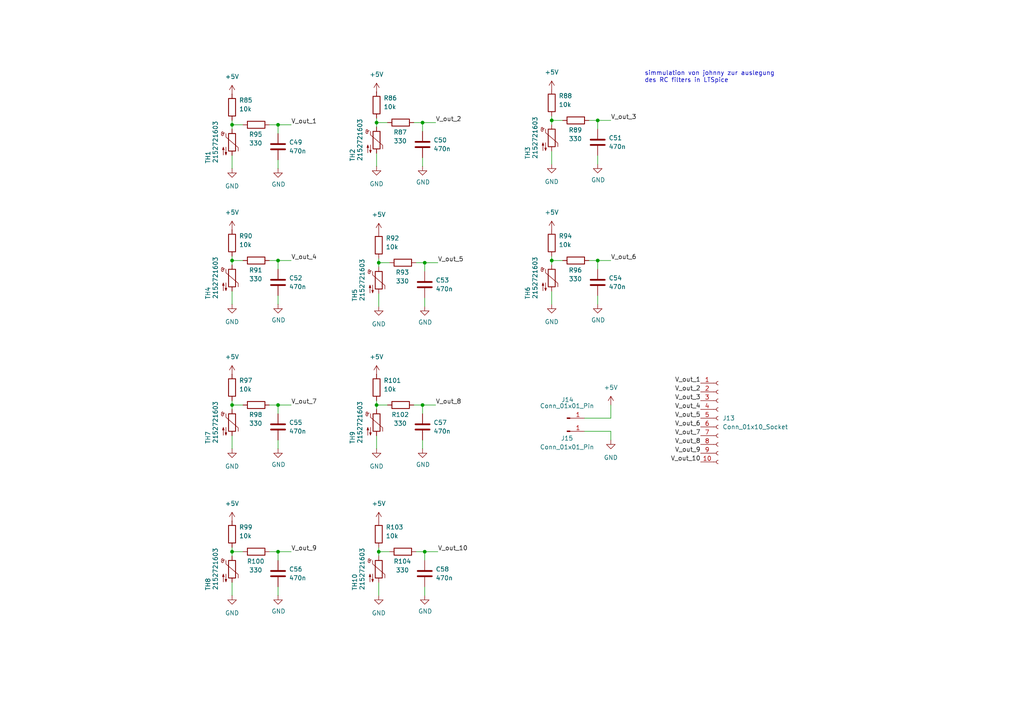
<source format=kicad_sch>
(kicad_sch
	(version 20231120)
	(generator "eeschema")
	(generator_version "8.0")
	(uuid "c04fa1e9-ff14-4ce8-b8e4-68ac8a1e4cda")
	(paper "A4")
	(lib_symbols
		(symbol "Connector:Conn_01x01_Pin"
			(pin_names
				(offset 1.016) hide)
			(exclude_from_sim no)
			(in_bom yes)
			(on_board yes)
			(property "Reference" "J"
				(at 0 2.54 0)
				(effects
					(font
						(size 1.27 1.27)
					)
				)
			)
			(property "Value" "Conn_01x01_Pin"
				(at 0 -2.54 0)
				(effects
					(font
						(size 1.27 1.27)
					)
				)
			)
			(property "Footprint" ""
				(at 0 0 0)
				(effects
					(font
						(size 1.27 1.27)
					)
					(hide yes)
				)
			)
			(property "Datasheet" "~"
				(at 0 0 0)
				(effects
					(font
						(size 1.27 1.27)
					)
					(hide yes)
				)
			)
			(property "Description" "Generic connector, single row, 01x01, script generated"
				(at 0 0 0)
				(effects
					(font
						(size 1.27 1.27)
					)
					(hide yes)
				)
			)
			(property "ki_locked" ""
				(at 0 0 0)
				(effects
					(font
						(size 1.27 1.27)
					)
				)
			)
			(property "ki_keywords" "connector"
				(at 0 0 0)
				(effects
					(font
						(size 1.27 1.27)
					)
					(hide yes)
				)
			)
			(property "ki_fp_filters" "Connector*:*_1x??_*"
				(at 0 0 0)
				(effects
					(font
						(size 1.27 1.27)
					)
					(hide yes)
				)
			)
			(symbol "Conn_01x01_Pin_1_1"
				(polyline
					(pts
						(xy 1.27 0) (xy 0.8636 0)
					)
					(stroke
						(width 0.1524)
						(type default)
					)
					(fill
						(type none)
					)
				)
				(rectangle
					(start 0.8636 0.127)
					(end 0 -0.127)
					(stroke
						(width 0.1524)
						(type default)
					)
					(fill
						(type outline)
					)
				)
				(pin passive line
					(at 5.08 0 180)
					(length 3.81)
					(name "Pin_1"
						(effects
							(font
								(size 1.27 1.27)
							)
						)
					)
					(number "1"
						(effects
							(font
								(size 1.27 1.27)
							)
						)
					)
				)
			)
		)
		(symbol "Connector:Conn_01x10_Socket"
			(pin_names
				(offset 1.016) hide)
			(exclude_from_sim no)
			(in_bom yes)
			(on_board yes)
			(property "Reference" "J"
				(at 0 12.7 0)
				(effects
					(font
						(size 1.27 1.27)
					)
				)
			)
			(property "Value" "Conn_01x10_Socket"
				(at 0 -15.24 0)
				(effects
					(font
						(size 1.27 1.27)
					)
				)
			)
			(property "Footprint" ""
				(at 0 0 0)
				(effects
					(font
						(size 1.27 1.27)
					)
					(hide yes)
				)
			)
			(property "Datasheet" "~"
				(at 0 0 0)
				(effects
					(font
						(size 1.27 1.27)
					)
					(hide yes)
				)
			)
			(property "Description" "Generic connector, single row, 01x10, script generated"
				(at 0 0 0)
				(effects
					(font
						(size 1.27 1.27)
					)
					(hide yes)
				)
			)
			(property "ki_locked" ""
				(at 0 0 0)
				(effects
					(font
						(size 1.27 1.27)
					)
				)
			)
			(property "ki_keywords" "connector"
				(at 0 0 0)
				(effects
					(font
						(size 1.27 1.27)
					)
					(hide yes)
				)
			)
			(property "ki_fp_filters" "Connector*:*_1x??_*"
				(at 0 0 0)
				(effects
					(font
						(size 1.27 1.27)
					)
					(hide yes)
				)
			)
			(symbol "Conn_01x10_Socket_1_1"
				(arc
					(start 0 -12.192)
					(mid -0.5058 -12.7)
					(end 0 -13.208)
					(stroke
						(width 0.1524)
						(type default)
					)
					(fill
						(type none)
					)
				)
				(arc
					(start 0 -9.652)
					(mid -0.5058 -10.16)
					(end 0 -10.668)
					(stroke
						(width 0.1524)
						(type default)
					)
					(fill
						(type none)
					)
				)
				(arc
					(start 0 -7.112)
					(mid -0.5058 -7.62)
					(end 0 -8.128)
					(stroke
						(width 0.1524)
						(type default)
					)
					(fill
						(type none)
					)
				)
				(arc
					(start 0 -4.572)
					(mid -0.5058 -5.08)
					(end 0 -5.588)
					(stroke
						(width 0.1524)
						(type default)
					)
					(fill
						(type none)
					)
				)
				(arc
					(start 0 -2.032)
					(mid -0.5058 -2.54)
					(end 0 -3.048)
					(stroke
						(width 0.1524)
						(type default)
					)
					(fill
						(type none)
					)
				)
				(polyline
					(pts
						(xy -1.27 -12.7) (xy -0.508 -12.7)
					)
					(stroke
						(width 0.1524)
						(type default)
					)
					(fill
						(type none)
					)
				)
				(polyline
					(pts
						(xy -1.27 -10.16) (xy -0.508 -10.16)
					)
					(stroke
						(width 0.1524)
						(type default)
					)
					(fill
						(type none)
					)
				)
				(polyline
					(pts
						(xy -1.27 -7.62) (xy -0.508 -7.62)
					)
					(stroke
						(width 0.1524)
						(type default)
					)
					(fill
						(type none)
					)
				)
				(polyline
					(pts
						(xy -1.27 -5.08) (xy -0.508 -5.08)
					)
					(stroke
						(width 0.1524)
						(type default)
					)
					(fill
						(type none)
					)
				)
				(polyline
					(pts
						(xy -1.27 -2.54) (xy -0.508 -2.54)
					)
					(stroke
						(width 0.1524)
						(type default)
					)
					(fill
						(type none)
					)
				)
				(polyline
					(pts
						(xy -1.27 0) (xy -0.508 0)
					)
					(stroke
						(width 0.1524)
						(type default)
					)
					(fill
						(type none)
					)
				)
				(polyline
					(pts
						(xy -1.27 2.54) (xy -0.508 2.54)
					)
					(stroke
						(width 0.1524)
						(type default)
					)
					(fill
						(type none)
					)
				)
				(polyline
					(pts
						(xy -1.27 5.08) (xy -0.508 5.08)
					)
					(stroke
						(width 0.1524)
						(type default)
					)
					(fill
						(type none)
					)
				)
				(polyline
					(pts
						(xy -1.27 7.62) (xy -0.508 7.62)
					)
					(stroke
						(width 0.1524)
						(type default)
					)
					(fill
						(type none)
					)
				)
				(polyline
					(pts
						(xy -1.27 10.16) (xy -0.508 10.16)
					)
					(stroke
						(width 0.1524)
						(type default)
					)
					(fill
						(type none)
					)
				)
				(arc
					(start 0 0.508)
					(mid -0.5058 0)
					(end 0 -0.508)
					(stroke
						(width 0.1524)
						(type default)
					)
					(fill
						(type none)
					)
				)
				(arc
					(start 0 3.048)
					(mid -0.5058 2.54)
					(end 0 2.032)
					(stroke
						(width 0.1524)
						(type default)
					)
					(fill
						(type none)
					)
				)
				(arc
					(start 0 5.588)
					(mid -0.5058 5.08)
					(end 0 4.572)
					(stroke
						(width 0.1524)
						(type default)
					)
					(fill
						(type none)
					)
				)
				(arc
					(start 0 8.128)
					(mid -0.5058 7.62)
					(end 0 7.112)
					(stroke
						(width 0.1524)
						(type default)
					)
					(fill
						(type none)
					)
				)
				(arc
					(start 0 10.668)
					(mid -0.5058 10.16)
					(end 0 9.652)
					(stroke
						(width 0.1524)
						(type default)
					)
					(fill
						(type none)
					)
				)
				(pin passive line
					(at -5.08 10.16 0)
					(length 3.81)
					(name "Pin_1"
						(effects
							(font
								(size 1.27 1.27)
							)
						)
					)
					(number "1"
						(effects
							(font
								(size 1.27 1.27)
							)
						)
					)
				)
				(pin passive line
					(at -5.08 -12.7 0)
					(length 3.81)
					(name "Pin_10"
						(effects
							(font
								(size 1.27 1.27)
							)
						)
					)
					(number "10"
						(effects
							(font
								(size 1.27 1.27)
							)
						)
					)
				)
				(pin passive line
					(at -5.08 7.62 0)
					(length 3.81)
					(name "Pin_2"
						(effects
							(font
								(size 1.27 1.27)
							)
						)
					)
					(number "2"
						(effects
							(font
								(size 1.27 1.27)
							)
						)
					)
				)
				(pin passive line
					(at -5.08 5.08 0)
					(length 3.81)
					(name "Pin_3"
						(effects
							(font
								(size 1.27 1.27)
							)
						)
					)
					(number "3"
						(effects
							(font
								(size 1.27 1.27)
							)
						)
					)
				)
				(pin passive line
					(at -5.08 2.54 0)
					(length 3.81)
					(name "Pin_4"
						(effects
							(font
								(size 1.27 1.27)
							)
						)
					)
					(number "4"
						(effects
							(font
								(size 1.27 1.27)
							)
						)
					)
				)
				(pin passive line
					(at -5.08 0 0)
					(length 3.81)
					(name "Pin_5"
						(effects
							(font
								(size 1.27 1.27)
							)
						)
					)
					(number "5"
						(effects
							(font
								(size 1.27 1.27)
							)
						)
					)
				)
				(pin passive line
					(at -5.08 -2.54 0)
					(length 3.81)
					(name "Pin_6"
						(effects
							(font
								(size 1.27 1.27)
							)
						)
					)
					(number "6"
						(effects
							(font
								(size 1.27 1.27)
							)
						)
					)
				)
				(pin passive line
					(at -5.08 -5.08 0)
					(length 3.81)
					(name "Pin_7"
						(effects
							(font
								(size 1.27 1.27)
							)
						)
					)
					(number "7"
						(effects
							(font
								(size 1.27 1.27)
							)
						)
					)
				)
				(pin passive line
					(at -5.08 -7.62 0)
					(length 3.81)
					(name "Pin_8"
						(effects
							(font
								(size 1.27 1.27)
							)
						)
					)
					(number "8"
						(effects
							(font
								(size 1.27 1.27)
							)
						)
					)
				)
				(pin passive line
					(at -5.08 -10.16 0)
					(length 3.81)
					(name "Pin_9"
						(effects
							(font
								(size 1.27 1.27)
							)
						)
					)
					(number "9"
						(effects
							(font
								(size 1.27 1.27)
							)
						)
					)
				)
			)
		)
		(symbol "Device:C"
			(pin_numbers hide)
			(pin_names
				(offset 0.254)
			)
			(exclude_from_sim no)
			(in_bom yes)
			(on_board yes)
			(property "Reference" "C"
				(at 0.635 2.54 0)
				(effects
					(font
						(size 1.27 1.27)
					)
					(justify left)
				)
			)
			(property "Value" "C"
				(at 0.635 -2.54 0)
				(effects
					(font
						(size 1.27 1.27)
					)
					(justify left)
				)
			)
			(property "Footprint" ""
				(at 0.9652 -3.81 0)
				(effects
					(font
						(size 1.27 1.27)
					)
					(hide yes)
				)
			)
			(property "Datasheet" "~"
				(at 0 0 0)
				(effects
					(font
						(size 1.27 1.27)
					)
					(hide yes)
				)
			)
			(property "Description" "Unpolarized capacitor"
				(at 0 0 0)
				(effects
					(font
						(size 1.27 1.27)
					)
					(hide yes)
				)
			)
			(property "ki_keywords" "cap capacitor"
				(at 0 0 0)
				(effects
					(font
						(size 1.27 1.27)
					)
					(hide yes)
				)
			)
			(property "ki_fp_filters" "C_*"
				(at 0 0 0)
				(effects
					(font
						(size 1.27 1.27)
					)
					(hide yes)
				)
			)
			(symbol "C_0_1"
				(polyline
					(pts
						(xy -2.032 -0.762) (xy 2.032 -0.762)
					)
					(stroke
						(width 0.508)
						(type default)
					)
					(fill
						(type none)
					)
				)
				(polyline
					(pts
						(xy -2.032 0.762) (xy 2.032 0.762)
					)
					(stroke
						(width 0.508)
						(type default)
					)
					(fill
						(type none)
					)
				)
			)
			(symbol "C_1_1"
				(pin passive line
					(at 0 3.81 270)
					(length 2.794)
					(name "~"
						(effects
							(font
								(size 1.27 1.27)
							)
						)
					)
					(number "1"
						(effects
							(font
								(size 1.27 1.27)
							)
						)
					)
				)
				(pin passive line
					(at 0 -3.81 90)
					(length 2.794)
					(name "~"
						(effects
							(font
								(size 1.27 1.27)
							)
						)
					)
					(number "2"
						(effects
							(font
								(size 1.27 1.27)
							)
						)
					)
				)
			)
		)
		(symbol "Device:R"
			(pin_numbers hide)
			(pin_names
				(offset 0)
			)
			(exclude_from_sim no)
			(in_bom yes)
			(on_board yes)
			(property "Reference" "R"
				(at 2.032 0 90)
				(effects
					(font
						(size 1.27 1.27)
					)
				)
			)
			(property "Value" "R"
				(at 0 0 90)
				(effects
					(font
						(size 1.27 1.27)
					)
				)
			)
			(property "Footprint" ""
				(at -1.778 0 90)
				(effects
					(font
						(size 1.27 1.27)
					)
					(hide yes)
				)
			)
			(property "Datasheet" "~"
				(at 0 0 0)
				(effects
					(font
						(size 1.27 1.27)
					)
					(hide yes)
				)
			)
			(property "Description" "Resistor"
				(at 0 0 0)
				(effects
					(font
						(size 1.27 1.27)
					)
					(hide yes)
				)
			)
			(property "ki_keywords" "R res resistor"
				(at 0 0 0)
				(effects
					(font
						(size 1.27 1.27)
					)
					(hide yes)
				)
			)
			(property "ki_fp_filters" "R_*"
				(at 0 0 0)
				(effects
					(font
						(size 1.27 1.27)
					)
					(hide yes)
				)
			)
			(symbol "R_0_1"
				(rectangle
					(start -1.016 -2.54)
					(end 1.016 2.54)
					(stroke
						(width 0.254)
						(type default)
					)
					(fill
						(type none)
					)
				)
			)
			(symbol "R_1_1"
				(pin passive line
					(at 0 3.81 270)
					(length 1.27)
					(name "~"
						(effects
							(font
								(size 1.27 1.27)
							)
						)
					)
					(number "1"
						(effects
							(font
								(size 1.27 1.27)
							)
						)
					)
				)
				(pin passive line
					(at 0 -3.81 90)
					(length 1.27)
					(name "~"
						(effects
							(font
								(size 1.27 1.27)
							)
						)
					)
					(number "2"
						(effects
							(font
								(size 1.27 1.27)
							)
						)
					)
				)
			)
		)
		(symbol "Device:Thermistor_NTC"
			(pin_numbers hide)
			(pin_names
				(offset 0)
			)
			(exclude_from_sim no)
			(in_bom yes)
			(on_board yes)
			(property "Reference" "TH"
				(at -4.445 0 90)
				(effects
					(font
						(size 1.27 1.27)
					)
				)
			)
			(property "Value" "Thermistor_NTC"
				(at 3.175 0 90)
				(effects
					(font
						(size 1.27 1.27)
					)
				)
			)
			(property "Footprint" ""
				(at 0 1.27 0)
				(effects
					(font
						(size 1.27 1.27)
					)
					(hide yes)
				)
			)
			(property "Datasheet" "~"
				(at 0 1.27 0)
				(effects
					(font
						(size 1.27 1.27)
					)
					(hide yes)
				)
			)
			(property "Description" "Temperature dependent resistor, negative temperature coefficient"
				(at 0 0 0)
				(effects
					(font
						(size 1.27 1.27)
					)
					(hide yes)
				)
			)
			(property "ki_keywords" "thermistor NTC resistor sensor RTD"
				(at 0 0 0)
				(effects
					(font
						(size 1.27 1.27)
					)
					(hide yes)
				)
			)
			(property "ki_fp_filters" "*NTC* *Thermistor* PIN?ARRAY* bornier* *Terminal?Block* R_*"
				(at 0 0 0)
				(effects
					(font
						(size 1.27 1.27)
					)
					(hide yes)
				)
			)
			(symbol "Thermistor_NTC_0_1"
				(arc
					(start -3.048 2.159)
					(mid -3.0495 2.3143)
					(end -3.175 2.413)
					(stroke
						(width 0)
						(type default)
					)
					(fill
						(type none)
					)
				)
				(arc
					(start -3.048 2.159)
					(mid -2.9736 1.9794)
					(end -2.794 1.905)
					(stroke
						(width 0)
						(type default)
					)
					(fill
						(type none)
					)
				)
				(arc
					(start -3.048 2.794)
					(mid -2.9736 2.6144)
					(end -2.794 2.54)
					(stroke
						(width 0)
						(type default)
					)
					(fill
						(type none)
					)
				)
				(arc
					(start -2.794 1.905)
					(mid -2.6144 1.9794)
					(end -2.54 2.159)
					(stroke
						(width 0)
						(type default)
					)
					(fill
						(type none)
					)
				)
				(arc
					(start -2.794 2.54)
					(mid -2.4393 2.5587)
					(end -2.159 2.794)
					(stroke
						(width 0)
						(type default)
					)
					(fill
						(type none)
					)
				)
				(arc
					(start -2.794 3.048)
					(mid -2.9736 2.9736)
					(end -3.048 2.794)
					(stroke
						(width 0)
						(type default)
					)
					(fill
						(type none)
					)
				)
				(arc
					(start -2.54 2.794)
					(mid -2.6144 2.9736)
					(end -2.794 3.048)
					(stroke
						(width 0)
						(type default)
					)
					(fill
						(type none)
					)
				)
				(rectangle
					(start -1.016 2.54)
					(end 1.016 -2.54)
					(stroke
						(width 0.254)
						(type default)
					)
					(fill
						(type none)
					)
				)
				(polyline
					(pts
						(xy -2.54 2.159) (xy -2.54 2.794)
					)
					(stroke
						(width 0)
						(type default)
					)
					(fill
						(type none)
					)
				)
				(polyline
					(pts
						(xy -1.778 2.54) (xy -1.778 1.524) (xy 1.778 -1.524) (xy 1.778 -2.54)
					)
					(stroke
						(width 0)
						(type default)
					)
					(fill
						(type none)
					)
				)
				(polyline
					(pts
						(xy -2.54 -3.683) (xy -2.54 -1.397) (xy -2.794 -2.159) (xy -2.286 -2.159) (xy -2.54 -1.397) (xy -2.54 -1.651)
					)
					(stroke
						(width 0)
						(type default)
					)
					(fill
						(type outline)
					)
				)
				(polyline
					(pts
						(xy -1.778 -1.397) (xy -1.778 -3.683) (xy -2.032 -2.921) (xy -1.524 -2.921) (xy -1.778 -3.683)
						(xy -1.778 -3.429)
					)
					(stroke
						(width 0)
						(type default)
					)
					(fill
						(type outline)
					)
				)
			)
			(symbol "Thermistor_NTC_1_1"
				(pin passive line
					(at 0 3.81 270)
					(length 1.27)
					(name "~"
						(effects
							(font
								(size 1.27 1.27)
							)
						)
					)
					(number "1"
						(effects
							(font
								(size 1.27 1.27)
							)
						)
					)
				)
				(pin passive line
					(at 0 -3.81 90)
					(length 1.27)
					(name "~"
						(effects
							(font
								(size 1.27 1.27)
							)
						)
					)
					(number "2"
						(effects
							(font
								(size 1.27 1.27)
							)
						)
					)
				)
			)
		)
		(symbol "power:+5V"
			(power)
			(pin_numbers hide)
			(pin_names
				(offset 0) hide)
			(exclude_from_sim no)
			(in_bom yes)
			(on_board yes)
			(property "Reference" "#PWR"
				(at 0 -3.81 0)
				(effects
					(font
						(size 1.27 1.27)
					)
					(hide yes)
				)
			)
			(property "Value" "+5V"
				(at 0 3.556 0)
				(effects
					(font
						(size 1.27 1.27)
					)
				)
			)
			(property "Footprint" ""
				(at 0 0 0)
				(effects
					(font
						(size 1.27 1.27)
					)
					(hide yes)
				)
			)
			(property "Datasheet" ""
				(at 0 0 0)
				(effects
					(font
						(size 1.27 1.27)
					)
					(hide yes)
				)
			)
			(property "Description" "Power symbol creates a global label with name \"+5V\""
				(at 0 0 0)
				(effects
					(font
						(size 1.27 1.27)
					)
					(hide yes)
				)
			)
			(property "ki_keywords" "global power"
				(at 0 0 0)
				(effects
					(font
						(size 1.27 1.27)
					)
					(hide yes)
				)
			)
			(symbol "+5V_0_1"
				(polyline
					(pts
						(xy -0.762 1.27) (xy 0 2.54)
					)
					(stroke
						(width 0)
						(type default)
					)
					(fill
						(type none)
					)
				)
				(polyline
					(pts
						(xy 0 0) (xy 0 2.54)
					)
					(stroke
						(width 0)
						(type default)
					)
					(fill
						(type none)
					)
				)
				(polyline
					(pts
						(xy 0 2.54) (xy 0.762 1.27)
					)
					(stroke
						(width 0)
						(type default)
					)
					(fill
						(type none)
					)
				)
			)
			(symbol "+5V_1_1"
				(pin power_in line
					(at 0 0 90)
					(length 0)
					(name "~"
						(effects
							(font
								(size 1.27 1.27)
							)
						)
					)
					(number "1"
						(effects
							(font
								(size 1.27 1.27)
							)
						)
					)
				)
			)
		)
		(symbol "power:GND"
			(power)
			(pin_numbers hide)
			(pin_names
				(offset 0) hide)
			(exclude_from_sim no)
			(in_bom yes)
			(on_board yes)
			(property "Reference" "#PWR"
				(at 0 -6.35 0)
				(effects
					(font
						(size 1.27 1.27)
					)
					(hide yes)
				)
			)
			(property "Value" "GND"
				(at 0 -3.81 0)
				(effects
					(font
						(size 1.27 1.27)
					)
				)
			)
			(property "Footprint" ""
				(at 0 0 0)
				(effects
					(font
						(size 1.27 1.27)
					)
					(hide yes)
				)
			)
			(property "Datasheet" ""
				(at 0 0 0)
				(effects
					(font
						(size 1.27 1.27)
					)
					(hide yes)
				)
			)
			(property "Description" "Power symbol creates a global label with name \"GND\" , ground"
				(at 0 0 0)
				(effects
					(font
						(size 1.27 1.27)
					)
					(hide yes)
				)
			)
			(property "ki_keywords" "global power"
				(at 0 0 0)
				(effects
					(font
						(size 1.27 1.27)
					)
					(hide yes)
				)
			)
			(symbol "GND_0_1"
				(polyline
					(pts
						(xy 0 0) (xy 0 -1.27) (xy 1.27 -1.27) (xy 0 -2.54) (xy -1.27 -1.27) (xy 0 -1.27)
					)
					(stroke
						(width 0)
						(type default)
					)
					(fill
						(type none)
					)
				)
			)
			(symbol "GND_1_1"
				(pin power_in line
					(at 0 0 270)
					(length 0)
					(name "~"
						(effects
							(font
								(size 1.27 1.27)
							)
						)
					)
					(number "1"
						(effects
							(font
								(size 1.27 1.27)
							)
						)
					)
				)
			)
		)
	)
	(junction
		(at 109.22 117.475)
		(diameter 0)
		(color 0 0 0 0)
		(uuid "01fb401c-c95a-41ca-9934-8a7e7b81bffd")
	)
	(junction
		(at 67.31 117.475)
		(diameter 0)
		(color 0 0 0 0)
		(uuid "0847b9ca-0a1c-46f0-b1ea-5dc81f91fb2a")
	)
	(junction
		(at 160.02 75.565)
		(diameter 0)
		(color 0 0 0 0)
		(uuid "11df4e94-ecc9-4952-9c0c-cd9ddb20b998")
	)
	(junction
		(at 80.645 36.195)
		(diameter 0)
		(color 0 0 0 0)
		(uuid "1b1d9fe1-28ea-449c-a63c-d0b6e2fe3276")
	)
	(junction
		(at 123.19 76.2)
		(diameter 0)
		(color 0 0 0 0)
		(uuid "1f52d40d-de37-48b0-a69e-8ae1d28aa0e7")
	)
	(junction
		(at 109.855 160.02)
		(diameter 0)
		(color 0 0 0 0)
		(uuid "21fa2cf2-6643-450f-9b3b-d185ef9aa089")
	)
	(junction
		(at 123.19 160.02)
		(diameter 0)
		(color 0 0 0 0)
		(uuid "4d794a22-5501-43bb-ad28-0d9af24a8af2")
	)
	(junction
		(at 122.555 117.475)
		(diameter 0)
		(color 0 0 0 0)
		(uuid "5eb1bdc0-5e86-4168-9085-8954f9008253")
	)
	(junction
		(at 80.645 160.02)
		(diameter 0)
		(color 0 0 0 0)
		(uuid "6ad276b1-c67d-4da7-993a-7fba78c75dcf")
	)
	(junction
		(at 67.31 36.195)
		(diameter 0)
		(color 0 0 0 0)
		(uuid "6ffde988-d1b9-4e5a-94e2-c4b766b195e6")
	)
	(junction
		(at 122.555 35.56)
		(diameter 0)
		(color 0 0 0 0)
		(uuid "75073320-32c2-4d03-bd64-6c51e9e8bab2")
	)
	(junction
		(at 173.355 75.565)
		(diameter 0)
		(color 0 0 0 0)
		(uuid "8ddf13bb-4ae8-4ed6-88fc-150e1a8fceda")
	)
	(junction
		(at 80.645 75.565)
		(diameter 0)
		(color 0 0 0 0)
		(uuid "9f0bc0fc-3b7c-4b93-8561-55714d207f35")
	)
	(junction
		(at 160.02 34.925)
		(diameter 0)
		(color 0 0 0 0)
		(uuid "a5d40e78-aa87-4584-b256-812d31e56220")
	)
	(junction
		(at 109.22 35.56)
		(diameter 0)
		(color 0 0 0 0)
		(uuid "c06bd450-6337-457c-85d6-97a79997365c")
	)
	(junction
		(at 67.31 75.565)
		(diameter 0)
		(color 0 0 0 0)
		(uuid "c936cf66-68a3-43ed-8889-ef9aef24fcce")
	)
	(junction
		(at 80.645 117.475)
		(diameter 0)
		(color 0 0 0 0)
		(uuid "dfa73a03-8a7f-42c0-9613-f70531bfe634")
	)
	(junction
		(at 173.355 34.925)
		(diameter 0)
		(color 0 0 0 0)
		(uuid "e065e274-b97d-430d-b8f3-78ac7555fd17")
	)
	(junction
		(at 109.855 76.2)
		(diameter 0)
		(color 0 0 0 0)
		(uuid "f700d287-49d4-47c8-b83e-3ff34e32540d")
	)
	(junction
		(at 67.31 160.02)
		(diameter 0)
		(color 0 0 0 0)
		(uuid "fdfdcc8f-d662-4303-8301-21e070710f7a")
	)
	(wire
		(pts
			(xy 169.545 121.285) (xy 177.165 121.285)
		)
		(stroke
			(width 0)
			(type default)
		)
		(uuid "04bd9d85-b83c-4347-857e-fc3e11502b9f")
	)
	(wire
		(pts
			(xy 67.31 74.295) (xy 67.31 75.565)
		)
		(stroke
			(width 0)
			(type default)
		)
		(uuid "05867618-329b-47dd-9888-267c91ce9118")
	)
	(wire
		(pts
			(xy 109.22 116.205) (xy 109.22 117.475)
		)
		(stroke
			(width 0)
			(type default)
		)
		(uuid "09229c9c-dd0a-43a0-ae37-68006e44797e")
	)
	(wire
		(pts
			(xy 109.22 117.475) (xy 109.22 118.745)
		)
		(stroke
			(width 0)
			(type default)
		)
		(uuid "0a61b3d1-e9d8-4ba1-bb3f-15c8742ecb20")
	)
	(wire
		(pts
			(xy 109.855 160.02) (xy 113.03 160.02)
		)
		(stroke
			(width 0)
			(type default)
		)
		(uuid "0fbc10fd-2d1f-43fe-ab98-fa77d422e977")
	)
	(wire
		(pts
			(xy 67.31 160.02) (xy 67.31 161.29)
		)
		(stroke
			(width 0)
			(type default)
		)
		(uuid "12e38cd6-5cf9-4eaa-a631-5d32fb118ff5")
	)
	(wire
		(pts
			(xy 80.645 36.195) (xy 84.455 36.195)
		)
		(stroke
			(width 0)
			(type default)
		)
		(uuid "1519fe6d-dc2d-4115-951e-e1f46902d14f")
	)
	(wire
		(pts
			(xy 67.31 116.205) (xy 67.31 117.475)
		)
		(stroke
			(width 0)
			(type default)
		)
		(uuid "1b97dc00-52a9-4e67-a44b-9ec720d23fc9")
	)
	(wire
		(pts
			(xy 67.31 168.91) (xy 67.31 172.72)
		)
		(stroke
			(width 0)
			(type default)
		)
		(uuid "1cdbaeb3-20fd-4494-8b8a-22c7cecc748f")
	)
	(wire
		(pts
			(xy 122.555 117.475) (xy 122.555 120.015)
		)
		(stroke
			(width 0)
			(type default)
		)
		(uuid "1dd6ebbf-27a5-44ee-bec0-0743b5a41dc6")
	)
	(wire
		(pts
			(xy 80.645 88.265) (xy 80.645 85.725)
		)
		(stroke
			(width 0)
			(type default)
		)
		(uuid "22b56279-4a73-48b4-8012-6a4a9f97c8ef")
	)
	(wire
		(pts
			(xy 80.645 130.175) (xy 80.645 127.635)
		)
		(stroke
			(width 0)
			(type default)
		)
		(uuid "269e5df9-8ea8-432e-a808-d8e27224a097")
	)
	(wire
		(pts
			(xy 67.31 45.085) (xy 67.31 48.895)
		)
		(stroke
			(width 0)
			(type default)
		)
		(uuid "2cb32a9a-08ed-467d-8ea2-34b6cf7bfa36")
	)
	(wire
		(pts
			(xy 173.355 75.565) (xy 173.355 78.105)
		)
		(stroke
			(width 0)
			(type default)
		)
		(uuid "33c995b0-d84a-4e9c-b5f4-84b73530cfef")
	)
	(wire
		(pts
			(xy 177.165 121.285) (xy 177.165 117.475)
		)
		(stroke
			(width 0)
			(type default)
		)
		(uuid "34ce4d70-ad81-4c7e-ad37-2655b6e4abda")
	)
	(wire
		(pts
			(xy 109.22 35.56) (xy 109.22 36.83)
		)
		(stroke
			(width 0)
			(type default)
		)
		(uuid "3637e183-9444-434b-ab65-bd6bf43dccc1")
	)
	(wire
		(pts
			(xy 109.855 160.02) (xy 109.855 161.29)
		)
		(stroke
			(width 0)
			(type default)
		)
		(uuid "3878be4c-2019-481e-888d-274bf39c12dd")
	)
	(wire
		(pts
			(xy 109.855 158.75) (xy 109.855 160.02)
		)
		(stroke
			(width 0)
			(type default)
		)
		(uuid "3981178f-ad8f-4541-b4f3-e619ac67186c")
	)
	(wire
		(pts
			(xy 109.855 85.09) (xy 109.855 88.9)
		)
		(stroke
			(width 0)
			(type default)
		)
		(uuid "3b5be0d3-72c9-4a61-b049-68b4658eb119")
	)
	(wire
		(pts
			(xy 160.02 75.565) (xy 160.02 76.835)
		)
		(stroke
			(width 0)
			(type default)
		)
		(uuid "3e256d86-137c-4182-9bec-a787b3e3160f")
	)
	(wire
		(pts
			(xy 109.22 44.45) (xy 109.22 48.26)
		)
		(stroke
			(width 0)
			(type default)
		)
		(uuid "3e924cd6-663e-4824-90ff-62dd86d4e2c9")
	)
	(wire
		(pts
			(xy 67.31 36.195) (xy 67.31 37.465)
		)
		(stroke
			(width 0)
			(type default)
		)
		(uuid "47bda7fd-7b36-4985-a056-bde39d01be27")
	)
	(wire
		(pts
			(xy 160.02 34.925) (xy 160.02 36.195)
		)
		(stroke
			(width 0)
			(type default)
		)
		(uuid "48dabde1-11ce-4184-9439-a2f8230b8a87")
	)
	(wire
		(pts
			(xy 170.815 75.565) (xy 173.355 75.565)
		)
		(stroke
			(width 0)
			(type default)
		)
		(uuid "490ed9e9-18a1-4dd6-8a0e-289e7e6e9900")
	)
	(wire
		(pts
			(xy 123.19 160.02) (xy 127 160.02)
		)
		(stroke
			(width 0)
			(type default)
		)
		(uuid "4a4af83f-858b-45de-ab67-e57ede698612")
	)
	(wire
		(pts
			(xy 67.31 117.475) (xy 67.31 118.745)
		)
		(stroke
			(width 0)
			(type default)
		)
		(uuid "4d18d1a4-7eb8-4de6-a24e-f24874806ce6")
	)
	(wire
		(pts
			(xy 80.645 75.565) (xy 80.645 78.105)
		)
		(stroke
			(width 0)
			(type default)
		)
		(uuid "5189202a-cd66-4afc-ba5b-9a1b5b1581c6")
	)
	(wire
		(pts
			(xy 109.855 168.91) (xy 109.855 172.72)
		)
		(stroke
			(width 0)
			(type default)
		)
		(uuid "5a4a7597-eda6-4950-b468-3f9456ff3015")
	)
	(wire
		(pts
			(xy 80.645 160.02) (xy 84.455 160.02)
		)
		(stroke
			(width 0)
			(type default)
		)
		(uuid "5f63a578-c279-489d-81bc-87419518fc53")
	)
	(wire
		(pts
			(xy 122.555 35.56) (xy 126.365 35.56)
		)
		(stroke
			(width 0)
			(type default)
		)
		(uuid "619b3bb9-a5a9-4bca-b182-c00731e119b7")
	)
	(wire
		(pts
			(xy 170.815 34.925) (xy 173.355 34.925)
		)
		(stroke
			(width 0)
			(type default)
		)
		(uuid "68436125-8aa1-49f0-916b-ad5257a7023c")
	)
	(wire
		(pts
			(xy 122.555 35.56) (xy 122.555 38.1)
		)
		(stroke
			(width 0)
			(type default)
		)
		(uuid "6a3b0c17-d9fd-45a9-ba54-e1c9cda9419e")
	)
	(wire
		(pts
			(xy 78.105 75.565) (xy 80.645 75.565)
		)
		(stroke
			(width 0)
			(type default)
		)
		(uuid "6ca1a23c-7450-4c53-a1ac-ccd9564a22a5")
	)
	(wire
		(pts
			(xy 173.355 88.265) (xy 173.355 85.725)
		)
		(stroke
			(width 0)
			(type default)
		)
		(uuid "6ddbeeb4-ca91-4394-924a-115c5bcb3f55")
	)
	(wire
		(pts
			(xy 80.645 117.475) (xy 80.645 120.015)
		)
		(stroke
			(width 0)
			(type default)
		)
		(uuid "6e2f45d2-3e57-4762-9610-34f2dc35d9ae")
	)
	(wire
		(pts
			(xy 80.645 160.02) (xy 80.645 162.56)
		)
		(stroke
			(width 0)
			(type default)
		)
		(uuid "6f0277cd-1e96-4f7f-bec3-03176c48c4de")
	)
	(wire
		(pts
			(xy 173.355 34.925) (xy 173.355 37.465)
		)
		(stroke
			(width 0)
			(type default)
		)
		(uuid "71233b7d-9c9a-42c6-8859-ad8469f49fbc")
	)
	(wire
		(pts
			(xy 67.31 126.365) (xy 67.31 130.175)
		)
		(stroke
			(width 0)
			(type default)
		)
		(uuid "72a591f0-6502-477b-baf0-9d060c0350f4")
	)
	(wire
		(pts
			(xy 80.645 36.195) (xy 80.645 38.735)
		)
		(stroke
			(width 0)
			(type default)
		)
		(uuid "7345c3a8-140f-4493-b9bd-860da7208990")
	)
	(wire
		(pts
			(xy 160.02 74.295) (xy 160.02 75.565)
		)
		(stroke
			(width 0)
			(type default)
		)
		(uuid "749c5ba4-37d5-43b3-a68a-b3f4dd2b7254")
	)
	(wire
		(pts
			(xy 80.645 117.475) (xy 84.455 117.475)
		)
		(stroke
			(width 0)
			(type default)
		)
		(uuid "75363d5f-b9c7-493f-80c6-0462362b522d")
	)
	(wire
		(pts
			(xy 160.02 34.925) (xy 163.195 34.925)
		)
		(stroke
			(width 0)
			(type default)
		)
		(uuid "75fa0159-07f1-408a-ad12-1180d4fa99c5")
	)
	(wire
		(pts
			(xy 67.31 75.565) (xy 67.31 76.835)
		)
		(stroke
			(width 0)
			(type default)
		)
		(uuid "804e1cec-6af9-47ed-8367-60e14eb20fb6")
	)
	(wire
		(pts
			(xy 122.555 48.26) (xy 122.555 45.72)
		)
		(stroke
			(width 0)
			(type default)
		)
		(uuid "88844417-e263-458b-8933-914b788f3a83")
	)
	(wire
		(pts
			(xy 67.31 36.195) (xy 70.485 36.195)
		)
		(stroke
			(width 0)
			(type default)
		)
		(uuid "8d9ea2f1-427e-4130-9c7f-e2db7cb71a68")
	)
	(wire
		(pts
			(xy 173.355 34.925) (xy 177.165 34.925)
		)
		(stroke
			(width 0)
			(type default)
		)
		(uuid "8ee4ae0e-276f-415f-9bff-e17a3e4b17b7")
	)
	(wire
		(pts
			(xy 67.31 84.455) (xy 67.31 88.265)
		)
		(stroke
			(width 0)
			(type default)
		)
		(uuid "9413d49f-efef-4884-a873-6248e90fbc2a")
	)
	(wire
		(pts
			(xy 67.31 75.565) (xy 70.485 75.565)
		)
		(stroke
			(width 0)
			(type default)
		)
		(uuid "953c589c-cdbc-485a-bf8c-7caf43c5cf6b")
	)
	(wire
		(pts
			(xy 78.105 36.195) (xy 80.645 36.195)
		)
		(stroke
			(width 0)
			(type default)
		)
		(uuid "9884bede-9d12-42b7-9c7e-84b87c56f61c")
	)
	(wire
		(pts
			(xy 78.105 117.475) (xy 80.645 117.475)
		)
		(stroke
			(width 0)
			(type default)
		)
		(uuid "98edeba6-46cf-4998-8814-cc5350eb6ea3")
	)
	(wire
		(pts
			(xy 123.19 172.72) (xy 123.19 170.18)
		)
		(stroke
			(width 0)
			(type default)
		)
		(uuid "99f8fe99-3012-4d2a-a6b5-574094982fb4")
	)
	(wire
		(pts
			(xy 67.31 117.475) (xy 70.485 117.475)
		)
		(stroke
			(width 0)
			(type default)
		)
		(uuid "9aff0929-72fb-4dc0-8c5b-e276746107b9")
	)
	(wire
		(pts
			(xy 109.855 76.2) (xy 109.855 77.47)
		)
		(stroke
			(width 0)
			(type default)
		)
		(uuid "9d08fb7c-2560-4f43-81ba-b2db9762c044")
	)
	(wire
		(pts
			(xy 177.165 125.095) (xy 169.545 125.095)
		)
		(stroke
			(width 0)
			(type default)
		)
		(uuid "9e766546-e719-4c56-b581-2f5bf7dcf19a")
	)
	(wire
		(pts
			(xy 109.855 76.2) (xy 113.03 76.2)
		)
		(stroke
			(width 0)
			(type default)
		)
		(uuid "9ed9896d-b507-46cc-884a-86565f26aa7d")
	)
	(wire
		(pts
			(xy 160.02 43.815) (xy 160.02 47.625)
		)
		(stroke
			(width 0)
			(type default)
		)
		(uuid "b03a0906-0bce-40cc-91aa-6d4bc734d3e5")
	)
	(wire
		(pts
			(xy 80.645 172.72) (xy 80.645 170.18)
		)
		(stroke
			(width 0)
			(type default)
		)
		(uuid "b1b77055-f7ba-44cb-b333-ad81016cdc6e")
	)
	(wire
		(pts
			(xy 80.645 48.895) (xy 80.645 46.355)
		)
		(stroke
			(width 0)
			(type default)
		)
		(uuid "b23a0464-771c-4b6b-af40-8b0a0b880e42")
	)
	(wire
		(pts
			(xy 67.31 160.02) (xy 70.485 160.02)
		)
		(stroke
			(width 0)
			(type default)
		)
		(uuid "b2a0a806-ad9b-4c7d-bebb-ceb3a3e9a50e")
	)
	(wire
		(pts
			(xy 120.015 35.56) (xy 122.555 35.56)
		)
		(stroke
			(width 0)
			(type default)
		)
		(uuid "b34c9e31-2faa-4352-8e59-6975c89307c7")
	)
	(wire
		(pts
			(xy 173.355 47.625) (xy 173.355 45.085)
		)
		(stroke
			(width 0)
			(type default)
		)
		(uuid "c3d9b96c-c0a6-4179-be46-085ddd7e5693")
	)
	(wire
		(pts
			(xy 67.31 158.75) (xy 67.31 160.02)
		)
		(stroke
			(width 0)
			(type default)
		)
		(uuid "c6ea5e8e-5d1a-43de-845f-1697e8a67884")
	)
	(wire
		(pts
			(xy 78.105 160.02) (xy 80.645 160.02)
		)
		(stroke
			(width 0)
			(type default)
		)
		(uuid "c789cf90-c6cb-4c12-bd89-114381af874b")
	)
	(wire
		(pts
			(xy 109.22 34.29) (xy 109.22 35.56)
		)
		(stroke
			(width 0)
			(type default)
		)
		(uuid "cbfacf06-ff51-4375-bd88-8252c63f6cfc")
	)
	(wire
		(pts
			(xy 120.65 160.02) (xy 123.19 160.02)
		)
		(stroke
			(width 0)
			(type default)
		)
		(uuid "cf670265-cef7-41d6-9829-ee0de89e675b")
	)
	(wire
		(pts
			(xy 120.65 76.2) (xy 123.19 76.2)
		)
		(stroke
			(width 0)
			(type default)
		)
		(uuid "d511874c-3055-47d8-b4b3-d6e8c192caf4")
	)
	(wire
		(pts
			(xy 160.02 75.565) (xy 163.195 75.565)
		)
		(stroke
			(width 0)
			(type default)
		)
		(uuid "d69241ef-6276-4487-8ccb-dc53ddd72c86")
	)
	(wire
		(pts
			(xy 173.355 75.565) (xy 177.165 75.565)
		)
		(stroke
			(width 0)
			(type default)
		)
		(uuid "d6fb409e-1ab1-46a2-82d9-6afbbfa404a4")
	)
	(wire
		(pts
			(xy 80.645 75.565) (xy 84.455 75.565)
		)
		(stroke
			(width 0)
			(type default)
		)
		(uuid "d7785053-66d5-4e56-b90b-62638e5cc28e")
	)
	(wire
		(pts
			(xy 122.555 117.475) (xy 126.365 117.475)
		)
		(stroke
			(width 0)
			(type default)
		)
		(uuid "d992a387-0ed9-493c-9506-e5f0f830a0e2")
	)
	(wire
		(pts
			(xy 120.015 117.475) (xy 122.555 117.475)
		)
		(stroke
			(width 0)
			(type default)
		)
		(uuid "dc7aea48-42c0-43ce-ace0-7be18ca15968")
	)
	(wire
		(pts
			(xy 177.165 127.635) (xy 177.165 125.095)
		)
		(stroke
			(width 0)
			(type default)
		)
		(uuid "dd63d4fd-d084-42c4-b136-906d0f63550f")
	)
	(wire
		(pts
			(xy 160.02 33.655) (xy 160.02 34.925)
		)
		(stroke
			(width 0)
			(type default)
		)
		(uuid "de393ef1-95b7-4d25-b72e-dc59ec89f587")
	)
	(wire
		(pts
			(xy 123.19 160.02) (xy 123.19 162.56)
		)
		(stroke
			(width 0)
			(type default)
		)
		(uuid "e3016d78-4f5b-4d3e-bb99-784ea5f68aa8")
	)
	(wire
		(pts
			(xy 123.19 88.9) (xy 123.19 86.36)
		)
		(stroke
			(width 0)
			(type default)
		)
		(uuid "e385d0be-3c80-4bd0-9756-72a492dc922c")
	)
	(wire
		(pts
			(xy 109.22 35.56) (xy 112.395 35.56)
		)
		(stroke
			(width 0)
			(type default)
		)
		(uuid "f0793091-1b7d-4761-8e39-82c1344e7d9a")
	)
	(wire
		(pts
			(xy 109.22 126.365) (xy 109.22 130.175)
		)
		(stroke
			(width 0)
			(type default)
		)
		(uuid "f2a13cd1-bbe8-424b-bd05-485d594eb828")
	)
	(wire
		(pts
			(xy 122.555 130.175) (xy 122.555 127.635)
		)
		(stroke
			(width 0)
			(type default)
		)
		(uuid "f7c3eeba-dd21-4110-941c-2925abce6d1b")
	)
	(wire
		(pts
			(xy 160.02 84.455) (xy 160.02 88.265)
		)
		(stroke
			(width 0)
			(type default)
		)
		(uuid "fa18c5e7-83d7-41bb-b520-628b807c7a58")
	)
	(wire
		(pts
			(xy 109.855 74.93) (xy 109.855 76.2)
		)
		(stroke
			(width 0)
			(type default)
		)
		(uuid "fa67102f-78be-4f12-9a74-690398015180")
	)
	(wire
		(pts
			(xy 109.22 117.475) (xy 112.395 117.475)
		)
		(stroke
			(width 0)
			(type default)
		)
		(uuid "fa95a7b4-9a06-40d8-9749-7097f40ed4b8")
	)
	(wire
		(pts
			(xy 123.19 76.2) (xy 123.19 78.74)
		)
		(stroke
			(width 0)
			(type default)
		)
		(uuid "fad73009-683f-4405-acbd-6d37b2115329")
	)
	(wire
		(pts
			(xy 123.19 76.2) (xy 127 76.2)
		)
		(stroke
			(width 0)
			(type default)
		)
		(uuid "fce6303c-d884-4788-aaf7-a80f37c1ec79")
	)
	(wire
		(pts
			(xy 67.31 34.925) (xy 67.31 36.195)
		)
		(stroke
			(width 0)
			(type default)
		)
		(uuid "fe1a72d5-608f-4c45-b53e-482c1c74fba6")
	)
	(text "simmulation von johnny zur auslegung\ndes RC filters in LTSpice"
		(exclude_from_sim no)
		(at 186.944 22.352 0)
		(effects
			(font
				(size 1.27 1.27)
			)
			(justify left)
		)
		(uuid "fa357589-d187-417d-b36e-ec5bd7226974")
	)
	(label "V_out_8"
		(at 126.365 117.475 0)
		(fields_autoplaced yes)
		(effects
			(font
				(size 1.27 1.27)
			)
			(justify left bottom)
		)
		(uuid "05dbb850-f23f-409c-bb8d-437b9879f0b4")
	)
	(label "V_out_4"
		(at 203.2 118.745 180)
		(fields_autoplaced yes)
		(effects
			(font
				(size 1.27 1.27)
			)
			(justify right bottom)
		)
		(uuid "272f3608-faa1-4cf0-9454-ca3716168d66")
	)
	(label "V_out_3"
		(at 177.165 34.925 0)
		(fields_autoplaced yes)
		(effects
			(font
				(size 1.27 1.27)
			)
			(justify left bottom)
		)
		(uuid "478ded98-3be0-4cfb-9dcf-693df3e9bba8")
	)
	(label "V_out_9"
		(at 203.2 131.445 180)
		(fields_autoplaced yes)
		(effects
			(font
				(size 1.27 1.27)
			)
			(justify right bottom)
		)
		(uuid "60f02e33-bcb6-426b-ac0b-6b060cb731aa")
	)
	(label "V_out_9"
		(at 84.455 160.02 0)
		(fields_autoplaced yes)
		(effects
			(font
				(size 1.27 1.27)
			)
			(justify left bottom)
		)
		(uuid "66a67e4c-5774-4712-b1d4-e887dfa42230")
	)
	(label "V_out_4"
		(at 84.455 75.565 0)
		(fields_autoplaced yes)
		(effects
			(font
				(size 1.27 1.27)
			)
			(justify left bottom)
		)
		(uuid "76dcdd0c-aeb5-478c-99a4-bd6205f8a206")
	)
	(label "V_out_10"
		(at 127 160.02 0)
		(fields_autoplaced yes)
		(effects
			(font
				(size 1.27 1.27)
			)
			(justify left bottom)
		)
		(uuid "77a3ff4b-a1ef-4a40-a368-3e06e5df6587")
	)
	(label "V_out_5"
		(at 127 76.2 0)
		(fields_autoplaced yes)
		(effects
			(font
				(size 1.27 1.27)
			)
			(justify left bottom)
		)
		(uuid "7a8610bf-f82b-4fa7-88e7-35e44c66d8db")
	)
	(label "V_out_1"
		(at 84.455 36.195 0)
		(fields_autoplaced yes)
		(effects
			(font
				(size 1.27 1.27)
			)
			(justify left bottom)
		)
		(uuid "a38201dc-802c-4a90-a48b-7ab2b1fd48c6")
	)
	(label "V_out_6"
		(at 203.2 123.825 180)
		(fields_autoplaced yes)
		(effects
			(font
				(size 1.27 1.27)
			)
			(justify right bottom)
		)
		(uuid "a83ec8da-f4a1-465e-954d-eeb17616c986")
	)
	(label "V_out_10"
		(at 203.2 133.985 180)
		(fields_autoplaced yes)
		(effects
			(font
				(size 1.27 1.27)
			)
			(justify right bottom)
		)
		(uuid "b6512898-719c-47cb-8ce3-d3fa51a6b1d4")
	)
	(label "V_out_8"
		(at 203.2 128.905 180)
		(fields_autoplaced yes)
		(effects
			(font
				(size 1.27 1.27)
			)
			(justify right bottom)
		)
		(uuid "baaff5c0-18c6-462d-88cc-95f0a416e77f")
	)
	(label "V_out_3"
		(at 203.2 116.205 180)
		(fields_autoplaced yes)
		(effects
			(font
				(size 1.27 1.27)
			)
			(justify right bottom)
		)
		(uuid "bdb9a6d1-d181-4798-81b6-90d7bdff7daf")
	)
	(label "V_out_6"
		(at 177.165 75.565 0)
		(fields_autoplaced yes)
		(effects
			(font
				(size 1.27 1.27)
			)
			(justify left bottom)
		)
		(uuid "bea7c82b-a4f9-43f9-9caa-94fd9d364ff9")
	)
	(label "V_out_2"
		(at 126.365 35.56 0)
		(fields_autoplaced yes)
		(effects
			(font
				(size 1.27 1.27)
			)
			(justify left bottom)
		)
		(uuid "cd750497-95ed-4925-8a82-668c78a70001")
	)
	(label "V_out_2"
		(at 203.2 113.665 180)
		(fields_autoplaced yes)
		(effects
			(font
				(size 1.27 1.27)
			)
			(justify right bottom)
		)
		(uuid "d5de7b1b-257f-40ba-bffb-0b6301bd313c")
	)
	(label "V_out_7"
		(at 203.2 126.365 180)
		(fields_autoplaced yes)
		(effects
			(font
				(size 1.27 1.27)
			)
			(justify right bottom)
		)
		(uuid "d8dac894-aded-4d7d-becc-faea1bc4a89d")
	)
	(label "V_out_7"
		(at 84.455 117.475 0)
		(fields_autoplaced yes)
		(effects
			(font
				(size 1.27 1.27)
			)
			(justify left bottom)
		)
		(uuid "d9399375-ca4d-4072-b8c7-d7e575da0574")
	)
	(label "V_out_1"
		(at 203.2 111.125 180)
		(fields_autoplaced yes)
		(effects
			(font
				(size 1.27 1.27)
			)
			(justify right bottom)
		)
		(uuid "d98a76e6-cf6b-4fc4-804f-ec64c3185ca4")
	)
	(label "V_out_5"
		(at 203.2 121.285 180)
		(fields_autoplaced yes)
		(effects
			(font
				(size 1.27 1.27)
			)
			(justify right bottom)
		)
		(uuid "fbb42326-359a-45e9-a0a4-eb870052fdde")
	)
	(symbol
		(lib_id "power:GND")
		(at 173.355 88.265 0)
		(unit 1)
		(exclude_from_sim no)
		(in_bom yes)
		(on_board yes)
		(dnp no)
		(uuid "08d42896-32cb-40cc-ba59-895f7bb2c8d0")
		(property "Reference" "#PWR042"
			(at 173.355 94.615 0)
			(effects
				(font
					(size 1.27 1.27)
				)
				(hide yes)
			)
		)
		(property "Value" "GND"
			(at 173.482 92.837 0)
			(effects
				(font
					(size 1.27 1.27)
				)
			)
		)
		(property "Footprint" ""
			(at 173.355 88.265 0)
			(effects
				(font
					(size 1.27 1.27)
				)
				(hide yes)
			)
		)
		(property "Datasheet" ""
			(at 173.355 88.265 0)
			(effects
				(font
					(size 1.27 1.27)
				)
				(hide yes)
			)
		)
		(property "Description" "Power symbol creates a global label with name \"GND\" , ground"
			(at 173.355 88.265 0)
			(effects
				(font
					(size 1.27 1.27)
				)
				(hide yes)
			)
		)
		(pin "1"
			(uuid "7dd1abbb-9f50-42cd-89c6-4d22f8b8bf90")
		)
		(instances
			(project "FT25_AMS_Slave"
				(path "/64eac9c4-e018-49db-b598-a7107a0db15b/2916c077-d2fd-484f-9568-6a2f674d2598"
					(reference "#PWR042")
					(unit 1)
				)
			)
		)
	)
	(symbol
		(lib_id "Device:R")
		(at 74.295 75.565 90)
		(unit 1)
		(exclude_from_sim no)
		(in_bom yes)
		(on_board yes)
		(dnp no)
		(uuid "0ab2410b-c647-4710-aec8-23d6ffed4e89")
		(property "Reference" "R91"
			(at 74.168 78.359 90)
			(effects
				(font
					(size 1.27 1.27)
				)
			)
		)
		(property "Value" "330"
			(at 74.168 80.899 90)
			(effects
				(font
					(size 1.27 1.27)
				)
			)
		)
		(property "Footprint" "Resistor_SMD:R_0603_1608Metric"
			(at 74.295 77.343 90)
			(effects
				(font
					(size 1.27 1.27)
				)
				(hide yes)
			)
		)
		(property "Datasheet" "~"
			(at 74.295 75.565 0)
			(effects
				(font
					(size 1.27 1.27)
				)
				(hide yes)
			)
		)
		(property "Description" "Resistor"
			(at 74.295 75.565 0)
			(effects
				(font
					(size 1.27 1.27)
				)
				(hide yes)
			)
		)
		(pin "1"
			(uuid "e604e4ed-6284-4dbc-a26f-ef240611f533")
		)
		(pin "2"
			(uuid "451d4dfb-835b-4b03-982a-6556c38d93bb")
		)
		(instances
			(project "FT25_AMS_Slave"
				(path "/64eac9c4-e018-49db-b598-a7107a0db15b/2916c077-d2fd-484f-9568-6a2f674d2598"
					(reference "R91")
					(unit 1)
				)
			)
		)
	)
	(symbol
		(lib_id "Device:R")
		(at 67.31 70.485 0)
		(unit 1)
		(exclude_from_sim no)
		(in_bom yes)
		(on_board yes)
		(dnp no)
		(uuid "0b629e59-c2f0-4f67-a050-93d408c5be90")
		(property "Reference" "R90"
			(at 69.342 68.453 0)
			(effects
				(font
					(size 1.27 1.27)
				)
				(justify left)
			)
		)
		(property "Value" "10k"
			(at 69.342 70.993 0)
			(effects
				(font
					(size 1.27 1.27)
				)
				(justify left)
			)
		)
		(property "Footprint" "Resistor_SMD:R_0603_1608Metric"
			(at 65.532 70.485 90)
			(effects
				(font
					(size 1.27 1.27)
				)
				(hide yes)
			)
		)
		(property "Datasheet" "~"
			(at 67.31 70.485 0)
			(effects
				(font
					(size 1.27 1.27)
				)
				(hide yes)
			)
		)
		(property "Description" "Resistor"
			(at 67.31 70.485 0)
			(effects
				(font
					(size 1.27 1.27)
				)
				(hide yes)
			)
		)
		(pin "2"
			(uuid "877a1410-e271-4c37-a3ec-e6fc70530cf5")
		)
		(pin "1"
			(uuid "cadc69cf-363e-4d8f-8b87-060e77eeb6fd")
		)
		(instances
			(project "FT25_AMS_Slave"
				(path "/64eac9c4-e018-49db-b598-a7107a0db15b/2916c077-d2fd-484f-9568-6a2f674d2598"
					(reference "R90")
					(unit 1)
				)
			)
		)
	)
	(symbol
		(lib_id "power:GND")
		(at 80.645 88.265 0)
		(unit 1)
		(exclude_from_sim no)
		(in_bom yes)
		(on_board yes)
		(dnp no)
		(uuid "0d6e809e-74e0-49c4-80a1-0ee013f7553e")
		(property "Reference" "#PWR036"
			(at 80.645 94.615 0)
			(effects
				(font
					(size 1.27 1.27)
				)
				(hide yes)
			)
		)
		(property "Value" "GND"
			(at 80.772 92.837 0)
			(effects
				(font
					(size 1.27 1.27)
				)
			)
		)
		(property "Footprint" ""
			(at 80.645 88.265 0)
			(effects
				(font
					(size 1.27 1.27)
				)
				(hide yes)
			)
		)
		(property "Datasheet" ""
			(at 80.645 88.265 0)
			(effects
				(font
					(size 1.27 1.27)
				)
				(hide yes)
			)
		)
		(property "Description" "Power symbol creates a global label with name \"GND\" , ground"
			(at 80.645 88.265 0)
			(effects
				(font
					(size 1.27 1.27)
				)
				(hide yes)
			)
		)
		(pin "1"
			(uuid "35b613ca-0e0c-4c31-b722-b0fe23cf27b8")
		)
		(instances
			(project "FT25_AMS_Slave"
				(path "/64eac9c4-e018-49db-b598-a7107a0db15b/2916c077-d2fd-484f-9568-6a2f674d2598"
					(reference "#PWR036")
					(unit 1)
				)
			)
		)
	)
	(symbol
		(lib_id "Device:R")
		(at 116.84 160.02 90)
		(unit 1)
		(exclude_from_sim no)
		(in_bom yes)
		(on_board yes)
		(dnp no)
		(uuid "101ab798-7c1b-47e1-880e-219560502070")
		(property "Reference" "R104"
			(at 116.713 162.814 90)
			(effects
				(font
					(size 1.27 1.27)
				)
			)
		)
		(property "Value" "330"
			(at 116.713 165.354 90)
			(effects
				(font
					(size 1.27 1.27)
				)
			)
		)
		(property "Footprint" "Resistor_SMD:R_0603_1608Metric"
			(at 116.84 161.798 90)
			(effects
				(font
					(size 1.27 1.27)
				)
				(hide yes)
			)
		)
		(property "Datasheet" "~"
			(at 116.84 160.02 0)
			(effects
				(font
					(size 1.27 1.27)
				)
				(hide yes)
			)
		)
		(property "Description" "Resistor"
			(at 116.84 160.02 0)
			(effects
				(font
					(size 1.27 1.27)
				)
				(hide yes)
			)
		)
		(pin "1"
			(uuid "aca84173-aaa3-4e4c-9170-7ad4ff511b00")
		)
		(pin "2"
			(uuid "7eb90d9f-9cca-4a97-be86-ae00a70a8b3e")
		)
		(instances
			(project "FT25_AMS_Slave"
				(path "/64eac9c4-e018-49db-b598-a7107a0db15b/2916c077-d2fd-484f-9568-6a2f674d2598"
					(reference "R104")
					(unit 1)
				)
			)
		)
	)
	(symbol
		(lib_id "Device:C")
		(at 80.645 42.545 0)
		(unit 1)
		(exclude_from_sim no)
		(in_bom yes)
		(on_board yes)
		(dnp no)
		(fields_autoplaced yes)
		(uuid "107e9113-114d-4fe2-a63b-a09b684c3db4")
		(property "Reference" "C49"
			(at 83.82 41.2749 0)
			(effects
				(font
					(size 1.27 1.27)
				)
				(justify left)
			)
		)
		(property "Value" "470n"
			(at 83.82 43.8149 0)
			(effects
				(font
					(size 1.27 1.27)
				)
				(justify left)
			)
		)
		(property "Footprint" "Capacitor_SMD:C_0603_1608Metric"
			(at 81.6102 46.355 0)
			(effects
				(font
					(size 1.27 1.27)
				)
				(hide yes)
			)
		)
		(property "Datasheet" "~"
			(at 80.645 42.545 0)
			(effects
				(font
					(size 1.27 1.27)
				)
				(hide yes)
			)
		)
		(property "Description" "Unpolarized capacitor"
			(at 80.645 42.545 0)
			(effects
				(font
					(size 1.27 1.27)
				)
				(hide yes)
			)
		)
		(pin "1"
			(uuid "e3710bba-d2ba-44bb-8a45-74f8b6de870b")
		)
		(pin "2"
			(uuid "240b4847-232a-45e7-8f1e-68c74d9ba484")
		)
		(instances
			(project "FT25_AMS_Slave"
				(path "/64eac9c4-e018-49db-b598-a7107a0db15b/2916c077-d2fd-484f-9568-6a2f674d2598"
					(reference "C49")
					(unit 1)
				)
			)
		)
	)
	(symbol
		(lib_id "power:GND")
		(at 173.355 47.625 0)
		(unit 1)
		(exclude_from_sim no)
		(in_bom yes)
		(on_board yes)
		(dnp no)
		(uuid "1573ac3e-9349-4904-8cd0-46f0f0d0e7e2")
		(property "Reference" "#PWR033"
			(at 173.355 53.975 0)
			(effects
				(font
					(size 1.27 1.27)
				)
				(hide yes)
			)
		)
		(property "Value" "GND"
			(at 173.482 52.197 0)
			(effects
				(font
					(size 1.27 1.27)
				)
			)
		)
		(property "Footprint" ""
			(at 173.355 47.625 0)
			(effects
				(font
					(size 1.27 1.27)
				)
				(hide yes)
			)
		)
		(property "Datasheet" ""
			(at 173.355 47.625 0)
			(effects
				(font
					(size 1.27 1.27)
				)
				(hide yes)
			)
		)
		(property "Description" "Power symbol creates a global label with name \"GND\" , ground"
			(at 173.355 47.625 0)
			(effects
				(font
					(size 1.27 1.27)
				)
				(hide yes)
			)
		)
		(pin "1"
			(uuid "e6e5b24c-1a90-496b-a100-f4dbbdd58237")
		)
		(instances
			(project "FT25_AMS_Slave"
				(path "/64eac9c4-e018-49db-b598-a7107a0db15b/2916c077-d2fd-484f-9568-6a2f674d2598"
					(reference "#PWR033")
					(unit 1)
				)
			)
		)
	)
	(symbol
		(lib_id "Device:C")
		(at 173.355 81.915 0)
		(unit 1)
		(exclude_from_sim no)
		(in_bom yes)
		(on_board yes)
		(dnp no)
		(fields_autoplaced yes)
		(uuid "1636e0c1-c81a-4a66-a931-32f88c56f008")
		(property "Reference" "C54"
			(at 176.53 80.6449 0)
			(effects
				(font
					(size 1.27 1.27)
				)
				(justify left)
			)
		)
		(property "Value" "470n"
			(at 176.53 83.1849 0)
			(effects
				(font
					(size 1.27 1.27)
				)
				(justify left)
			)
		)
		(property "Footprint" "Capacitor_SMD:C_0603_1608Metric"
			(at 174.3202 85.725 0)
			(effects
				(font
					(size 1.27 1.27)
				)
				(hide yes)
			)
		)
		(property "Datasheet" "~"
			(at 173.355 81.915 0)
			(effects
				(font
					(size 1.27 1.27)
				)
				(hide yes)
			)
		)
		(property "Description" "Unpolarized capacitor"
			(at 173.355 81.915 0)
			(effects
				(font
					(size 1.27 1.27)
				)
				(hide yes)
			)
		)
		(pin "1"
			(uuid "a5c32139-434d-4193-bf87-8bd05583438e")
		)
		(pin "2"
			(uuid "6c35099b-edbd-4ea5-91e5-d85eacdc01b3")
		)
		(instances
			(project "FT25_AMS_Slave"
				(path "/64eac9c4-e018-49db-b598-a7107a0db15b/2916c077-d2fd-484f-9568-6a2f674d2598"
					(reference "C54")
					(unit 1)
				)
			)
		)
	)
	(symbol
		(lib_id "power:GND")
		(at 67.31 88.265 0)
		(unit 1)
		(exclude_from_sim no)
		(in_bom yes)
		(on_board yes)
		(dnp no)
		(fields_autoplaced yes)
		(uuid "16ec9505-01cb-453c-80b7-72ae4dcc8ce2")
		(property "Reference" "#PWR035"
			(at 67.31 94.615 0)
			(effects
				(font
					(size 1.27 1.27)
				)
				(hide yes)
			)
		)
		(property "Value" "GND"
			(at 67.31 93.345 0)
			(effects
				(font
					(size 1.27 1.27)
				)
			)
		)
		(property "Footprint" ""
			(at 67.31 88.265 0)
			(effects
				(font
					(size 1.27 1.27)
				)
				(hide yes)
			)
		)
		(property "Datasheet" ""
			(at 67.31 88.265 0)
			(effects
				(font
					(size 1.27 1.27)
				)
				(hide yes)
			)
		)
		(property "Description" "Power symbol creates a global label with name \"GND\" , ground"
			(at 67.31 88.265 0)
			(effects
				(font
					(size 1.27 1.27)
				)
				(hide yes)
			)
		)
		(pin "1"
			(uuid "e8e8cb89-95a7-4de7-8cc6-57aa0889fbd9")
		)
		(instances
			(project "FT25_AMS_Slave"
				(path "/64eac9c4-e018-49db-b598-a7107a0db15b/2916c077-d2fd-484f-9568-6a2f674d2598"
					(reference "#PWR035")
					(unit 1)
				)
			)
		)
	)
	(symbol
		(lib_id "Device:R")
		(at 109.22 112.395 0)
		(unit 1)
		(exclude_from_sim no)
		(in_bom yes)
		(on_board yes)
		(dnp no)
		(uuid "1c37c33b-1c18-4b1d-b143-4dcac7e38e52")
		(property "Reference" "R101"
			(at 111.252 110.363 0)
			(effects
				(font
					(size 1.27 1.27)
				)
				(justify left)
			)
		)
		(property "Value" "10k"
			(at 111.252 112.903 0)
			(effects
				(font
					(size 1.27 1.27)
				)
				(justify left)
			)
		)
		(property "Footprint" "Resistor_SMD:R_0603_1608Metric"
			(at 107.442 112.395 90)
			(effects
				(font
					(size 1.27 1.27)
				)
				(hide yes)
			)
		)
		(property "Datasheet" "~"
			(at 109.22 112.395 0)
			(effects
				(font
					(size 1.27 1.27)
				)
				(hide yes)
			)
		)
		(property "Description" "Resistor"
			(at 109.22 112.395 0)
			(effects
				(font
					(size 1.27 1.27)
				)
				(hide yes)
			)
		)
		(pin "2"
			(uuid "a85a7b41-7e2d-41a2-927e-eea55283276c")
		)
		(pin "1"
			(uuid "fd474538-ac98-48f6-928a-cce2076f9728")
		)
		(instances
			(project "FT25_AMS_Slave"
				(path "/64eac9c4-e018-49db-b598-a7107a0db15b/2916c077-d2fd-484f-9568-6a2f674d2598"
					(reference "R101")
					(unit 1)
				)
			)
		)
	)
	(symbol
		(lib_id "Device:R")
		(at 67.31 112.395 0)
		(unit 1)
		(exclude_from_sim no)
		(in_bom yes)
		(on_board yes)
		(dnp no)
		(uuid "1ee4535c-c5e8-4298-896a-a607b63cba54")
		(property "Reference" "R97"
			(at 69.342 110.363 0)
			(effects
				(font
					(size 1.27 1.27)
				)
				(justify left)
			)
		)
		(property "Value" "10k"
			(at 69.342 112.903 0)
			(effects
				(font
					(size 1.27 1.27)
				)
				(justify left)
			)
		)
		(property "Footprint" "Resistor_SMD:R_0603_1608Metric"
			(at 65.532 112.395 90)
			(effects
				(font
					(size 1.27 1.27)
				)
				(hide yes)
			)
		)
		(property "Datasheet" "~"
			(at 67.31 112.395 0)
			(effects
				(font
					(size 1.27 1.27)
				)
				(hide yes)
			)
		)
		(property "Description" "Resistor"
			(at 67.31 112.395 0)
			(effects
				(font
					(size 1.27 1.27)
				)
				(hide yes)
			)
		)
		(pin "2"
			(uuid "cd3609b7-d5ea-44ad-8537-ad3fac5ce012")
		)
		(pin "1"
			(uuid "29cb48b1-e8d5-454b-b8eb-6aca9c1a7476")
		)
		(instances
			(project "FT25_AMS_Slave"
				(path "/64eac9c4-e018-49db-b598-a7107a0db15b/2916c077-d2fd-484f-9568-6a2f674d2598"
					(reference "R97")
					(unit 1)
				)
			)
		)
	)
	(symbol
		(lib_id "power:+5V")
		(at 67.31 151.13 0)
		(unit 1)
		(exclude_from_sim no)
		(in_bom yes)
		(on_board yes)
		(dnp no)
		(fields_autoplaced yes)
		(uuid "2076a236-9c99-49cb-a8ab-8345db152d4b")
		(property "Reference" "#PWR050"
			(at 67.31 154.94 0)
			(effects
				(font
					(size 1.27 1.27)
				)
				(hide yes)
			)
		)
		(property "Value" "+5V"
			(at 67.31 146.05 0)
			(effects
				(font
					(size 1.27 1.27)
				)
			)
		)
		(property "Footprint" ""
			(at 67.31 151.13 0)
			(effects
				(font
					(size 1.27 1.27)
				)
				(hide yes)
			)
		)
		(property "Datasheet" ""
			(at 67.31 151.13 0)
			(effects
				(font
					(size 1.27 1.27)
				)
				(hide yes)
			)
		)
		(property "Description" "Power symbol creates a global label with name \"+5V\""
			(at 67.31 151.13 0)
			(effects
				(font
					(size 1.27 1.27)
				)
				(hide yes)
			)
		)
		(pin "1"
			(uuid "d06572b3-dbd0-42e6-be73-b84d71c93007")
		)
		(instances
			(project "FT25_AMS_Slave"
				(path "/64eac9c4-e018-49db-b598-a7107a0db15b/2916c077-d2fd-484f-9568-6a2f674d2598"
					(reference "#PWR050")
					(unit 1)
				)
			)
		)
	)
	(symbol
		(lib_id "power:GND")
		(at 80.645 172.72 0)
		(unit 1)
		(exclude_from_sim no)
		(in_bom yes)
		(on_board yes)
		(dnp no)
		(uuid "227ab7aa-86ce-4f95-913b-7154dcfd80b6")
		(property "Reference" "#PWR052"
			(at 80.645 179.07 0)
			(effects
				(font
					(size 1.27 1.27)
				)
				(hide yes)
			)
		)
		(property "Value" "GND"
			(at 80.772 177.292 0)
			(effects
				(font
					(size 1.27 1.27)
				)
			)
		)
		(property "Footprint" ""
			(at 80.645 172.72 0)
			(effects
				(font
					(size 1.27 1.27)
				)
				(hide yes)
			)
		)
		(property "Datasheet" ""
			(at 80.645 172.72 0)
			(effects
				(font
					(size 1.27 1.27)
				)
				(hide yes)
			)
		)
		(property "Description" "Power symbol creates a global label with name \"GND\" , ground"
			(at 80.645 172.72 0)
			(effects
				(font
					(size 1.27 1.27)
				)
				(hide yes)
			)
		)
		(pin "1"
			(uuid "87772e55-c56a-44c8-90d1-bd4d4ee08c03")
		)
		(instances
			(project "FT25_AMS_Slave"
				(path "/64eac9c4-e018-49db-b598-a7107a0db15b/2916c077-d2fd-484f-9568-6a2f674d2598"
					(reference "#PWR052")
					(unit 1)
				)
			)
		)
	)
	(symbol
		(lib_id "Device:Thermistor_NTC")
		(at 67.31 122.555 0)
		(unit 1)
		(exclude_from_sim no)
		(in_bom yes)
		(on_board yes)
		(dnp no)
		(uuid "255fc775-e0d2-4672-b833-7214b8767a26")
		(property "Reference" "TH7"
			(at 60.325 128.778 90)
			(effects
				(font
					(size 1.27 1.27)
				)
				(justify left)
			)
		)
		(property "Value" "2152721603"
			(at 62.484 128.651 90)
			(effects
				(font
					(size 1.27 1.27)
				)
				(justify left)
			)
		)
		(property "Footprint" "Slave:NTCLE203E3103JB0"
			(at 67.31 121.285 0)
			(effects
				(font
					(size 1.27 1.27)
				)
				(hide yes)
			)
		)
		(property "Datasheet" "https://www.molex.com/en-us/products/part-detail-pdf/2152721603?display=pdf"
			(at 67.31 121.285 0)
			(effects
				(font
					(size 1.27 1.27)
				)
				(hide yes)
			)
		)
		(property "Description" "Temperature dependent resistor, negative temperature coefficient"
			(at 67.31 122.555 0)
			(effects
				(font
					(size 1.27 1.27)
				)
				(hide yes)
			)
		)
		(pin "1"
			(uuid "b3e9794f-e603-4e0f-9ca6-5d7f5b10287b")
		)
		(pin "2"
			(uuid "103f6f18-0047-4ca2-9251-3d0aa28ac4f9")
		)
		(instances
			(project "FT25_AMS_Slave"
				(path "/64eac9c4-e018-49db-b598-a7107a0db15b/2916c077-d2fd-484f-9568-6a2f674d2598"
					(reference "TH7")
					(unit 1)
				)
			)
		)
	)
	(symbol
		(lib_id "Device:Thermistor_NTC")
		(at 160.02 40.005 0)
		(unit 1)
		(exclude_from_sim no)
		(in_bom yes)
		(on_board yes)
		(dnp no)
		(uuid "26972c0f-365d-48de-a66f-6fbf5fa19c33")
		(property "Reference" "TH3"
			(at 153.035 46.228 90)
			(effects
				(font
					(size 1.27 1.27)
				)
				(justify left)
			)
		)
		(property "Value" "2152721603"
			(at 155.194 46.101 90)
			(effects
				(font
					(size 1.27 1.27)
				)
				(justify left)
			)
		)
		(property "Footprint" "Slave:NTCLE203E3103JB0"
			(at 160.02 38.735 0)
			(effects
				(font
					(size 1.27 1.27)
				)
				(hide yes)
			)
		)
		(property "Datasheet" "https://www.molex.com/en-us/products/part-detail-pdf/2152721603?display=pdf"
			(at 160.02 38.735 0)
			(effects
				(font
					(size 1.27 1.27)
				)
				(hide yes)
			)
		)
		(property "Description" "Temperature dependent resistor, negative temperature coefficient"
			(at 160.02 40.005 0)
			(effects
				(font
					(size 1.27 1.27)
				)
				(hide yes)
			)
		)
		(pin "1"
			(uuid "16044b9b-f466-4c17-b242-2218961c048e")
		)
		(pin "2"
			(uuid "bd4dd5af-467b-4ffb-bc63-1767430771ae")
		)
		(instances
			(project "FT25_AMS_Slave"
				(path "/64eac9c4-e018-49db-b598-a7107a0db15b/2916c077-d2fd-484f-9568-6a2f674d2598"
					(reference "TH3")
					(unit 1)
				)
			)
		)
	)
	(symbol
		(lib_id "Device:C")
		(at 122.555 41.91 0)
		(unit 1)
		(exclude_from_sim no)
		(in_bom yes)
		(on_board yes)
		(dnp no)
		(fields_autoplaced yes)
		(uuid "29b8e5c4-a738-498c-a178-1206f3c6235e")
		(property "Reference" "C50"
			(at 125.73 40.6399 0)
			(effects
				(font
					(size 1.27 1.27)
				)
				(justify left)
			)
		)
		(property "Value" "470n"
			(at 125.73 43.1799 0)
			(effects
				(font
					(size 1.27 1.27)
				)
				(justify left)
			)
		)
		(property "Footprint" "Capacitor_SMD:C_0603_1608Metric"
			(at 123.5202 45.72 0)
			(effects
				(font
					(size 1.27 1.27)
				)
				(hide yes)
			)
		)
		(property "Datasheet" "~"
			(at 122.555 41.91 0)
			(effects
				(font
					(size 1.27 1.27)
				)
				(hide yes)
			)
		)
		(property "Description" "Unpolarized capacitor"
			(at 122.555 41.91 0)
			(effects
				(font
					(size 1.27 1.27)
				)
				(hide yes)
			)
		)
		(pin "1"
			(uuid "e2776dc6-974c-4186-a1cd-1d6ca957e9cc")
		)
		(pin "2"
			(uuid "8373fa7f-0adf-4904-a548-d000384c10c2")
		)
		(instances
			(project "FT25_AMS_Slave"
				(path "/64eac9c4-e018-49db-b598-a7107a0db15b/2916c077-d2fd-484f-9568-6a2f674d2598"
					(reference "C50")
					(unit 1)
				)
			)
		)
	)
	(symbol
		(lib_id "Device:R")
		(at 116.205 35.56 90)
		(unit 1)
		(exclude_from_sim no)
		(in_bom yes)
		(on_board yes)
		(dnp no)
		(uuid "2ca22efa-feff-48db-b270-eecf6df42cae")
		(property "Reference" "R87"
			(at 116.078 38.354 90)
			(effects
				(font
					(size 1.27 1.27)
				)
			)
		)
		(property "Value" "330"
			(at 116.078 40.894 90)
			(effects
				(font
					(size 1.27 1.27)
				)
			)
		)
		(property "Footprint" "Resistor_SMD:R_0603_1608Metric"
			(at 116.205 37.338 90)
			(effects
				(font
					(size 1.27 1.27)
				)
				(hide yes)
			)
		)
		(property "Datasheet" "~"
			(at 116.205 35.56 0)
			(effects
				(font
					(size 1.27 1.27)
				)
				(hide yes)
			)
		)
		(property "Description" "Resistor"
			(at 116.205 35.56 0)
			(effects
				(font
					(size 1.27 1.27)
				)
				(hide yes)
			)
		)
		(pin "1"
			(uuid "3b3a3034-d492-4822-986e-c333938db62f")
		)
		(pin "2"
			(uuid "a795f8d1-cb49-4daf-9214-a8a0a63e1668")
		)
		(instances
			(project "FT25_AMS_Slave"
				(path "/64eac9c4-e018-49db-b598-a7107a0db15b/2916c077-d2fd-484f-9568-6a2f674d2598"
					(reference "R87")
					(unit 1)
				)
			)
		)
	)
	(symbol
		(lib_id "Device:Thermistor_NTC")
		(at 109.22 40.64 0)
		(unit 1)
		(exclude_from_sim no)
		(in_bom yes)
		(on_board yes)
		(dnp no)
		(uuid "3072e0d9-090c-4e77-ab8d-02568eb666cc")
		(property "Reference" "TH2"
			(at 102.235 46.863 90)
			(effects
				(font
					(size 1.27 1.27)
				)
				(justify left)
			)
		)
		(property "Value" "2152721603"
			(at 104.394 46.736 90)
			(effects
				(font
					(size 1.27 1.27)
				)
				(justify left)
			)
		)
		(property "Footprint" "Slave:NTCLE203E3103JB0"
			(at 109.22 39.37 0)
			(effects
				(font
					(size 1.27 1.27)
				)
				(hide yes)
			)
		)
		(property "Datasheet" "https://www.molex.com/en-us/products/part-detail-pdf/2152721603?display=pdf"
			(at 109.22 39.37 0)
			(effects
				(font
					(size 1.27 1.27)
				)
				(hide yes)
			)
		)
		(property "Description" "Temperature dependent resistor, negative temperature coefficient"
			(at 109.22 40.64 0)
			(effects
				(font
					(size 1.27 1.27)
				)
				(hide yes)
			)
		)
		(pin "1"
			(uuid "905df992-d1bb-43ad-b073-1f56b593be17")
		)
		(pin "2"
			(uuid "b07af242-b54d-44b9-b487-9aab8a1ddc70")
		)
		(instances
			(project "FT25_AMS_Slave"
				(path "/64eac9c4-e018-49db-b598-a7107a0db15b/2916c077-d2fd-484f-9568-6a2f674d2598"
					(reference "TH2")
					(unit 1)
				)
			)
		)
	)
	(symbol
		(lib_id "power:+5V")
		(at 160.02 66.675 0)
		(unit 1)
		(exclude_from_sim no)
		(in_bom yes)
		(on_board yes)
		(dnp no)
		(fields_autoplaced yes)
		(uuid "30a429ab-8794-497c-9dda-2b48250c7d55")
		(property "Reference" "#PWR040"
			(at 160.02 70.485 0)
			(effects
				(font
					(size 1.27 1.27)
				)
				(hide yes)
			)
		)
		(property "Value" "+5V"
			(at 160.02 61.595 0)
			(effects
				(font
					(size 1.27 1.27)
				)
			)
		)
		(property "Footprint" ""
			(at 160.02 66.675 0)
			(effects
				(font
					(size 1.27 1.27)
				)
				(hide yes)
			)
		)
		(property "Datasheet" ""
			(at 160.02 66.675 0)
			(effects
				(font
					(size 1.27 1.27)
				)
				(hide yes)
			)
		)
		(property "Description" "Power symbol creates a global label with name \"+5V\""
			(at 160.02 66.675 0)
			(effects
				(font
					(size 1.27 1.27)
				)
				(hide yes)
			)
		)
		(pin "1"
			(uuid "9446d943-1a8b-41b9-a105-33a4f2a2423f")
		)
		(instances
			(project "FT25_AMS_Slave"
				(path "/64eac9c4-e018-49db-b598-a7107a0db15b/2916c077-d2fd-484f-9568-6a2f674d2598"
					(reference "#PWR040")
					(unit 1)
				)
			)
		)
	)
	(symbol
		(lib_id "power:GND")
		(at 67.31 172.72 0)
		(unit 1)
		(exclude_from_sim no)
		(in_bom yes)
		(on_board yes)
		(dnp no)
		(fields_autoplaced yes)
		(uuid "316a0c7d-2acf-4b07-959b-d80007d39684")
		(property "Reference" "#PWR051"
			(at 67.31 179.07 0)
			(effects
				(font
					(size 1.27 1.27)
				)
				(hide yes)
			)
		)
		(property "Value" "GND"
			(at 67.31 177.8 0)
			(effects
				(font
					(size 1.27 1.27)
				)
			)
		)
		(property "Footprint" ""
			(at 67.31 172.72 0)
			(effects
				(font
					(size 1.27 1.27)
				)
				(hide yes)
			)
		)
		(property "Datasheet" ""
			(at 67.31 172.72 0)
			(effects
				(font
					(size 1.27 1.27)
				)
				(hide yes)
			)
		)
		(property "Description" "Power symbol creates a global label with name \"GND\" , ground"
			(at 67.31 172.72 0)
			(effects
				(font
					(size 1.27 1.27)
				)
				(hide yes)
			)
		)
		(pin "1"
			(uuid "12ee51cc-a003-49b2-8268-c80c81134eb1")
		)
		(instances
			(project "FT25_AMS_Slave"
				(path "/64eac9c4-e018-49db-b598-a7107a0db15b/2916c077-d2fd-484f-9568-6a2f674d2598"
					(reference "#PWR051")
					(unit 1)
				)
			)
		)
	)
	(symbol
		(lib_id "Device:R")
		(at 109.855 71.12 0)
		(unit 1)
		(exclude_from_sim no)
		(in_bom yes)
		(on_board yes)
		(dnp no)
		(uuid "36594678-6d70-4557-9ddb-a949ddc9407c")
		(property "Reference" "R92"
			(at 111.887 69.088 0)
			(effects
				(font
					(size 1.27 1.27)
				)
				(justify left)
			)
		)
		(property "Value" "10k"
			(at 111.887 71.628 0)
			(effects
				(font
					(size 1.27 1.27)
				)
				(justify left)
			)
		)
		(property "Footprint" "Resistor_SMD:R_0603_1608Metric"
			(at 108.077 71.12 90)
			(effects
				(font
					(size 1.27 1.27)
				)
				(hide yes)
			)
		)
		(property "Datasheet" "~"
			(at 109.855 71.12 0)
			(effects
				(font
					(size 1.27 1.27)
				)
				(hide yes)
			)
		)
		(property "Description" "Resistor"
			(at 109.855 71.12 0)
			(effects
				(font
					(size 1.27 1.27)
				)
				(hide yes)
			)
		)
		(pin "2"
			(uuid "055ac060-2729-4b56-b7e7-6adfbd572a7f")
		)
		(pin "1"
			(uuid "628b9efd-4d73-4079-9669-72c8d298f26b")
		)
		(instances
			(project "FT25_AMS_Slave"
				(path "/64eac9c4-e018-49db-b598-a7107a0db15b/2916c077-d2fd-484f-9568-6a2f674d2598"
					(reference "R92")
					(unit 1)
				)
			)
		)
	)
	(symbol
		(lib_id "power:+5V")
		(at 109.855 151.13 0)
		(unit 1)
		(exclude_from_sim no)
		(in_bom yes)
		(on_board yes)
		(dnp no)
		(fields_autoplaced yes)
		(uuid "3659bbfa-2677-4b40-b337-6cd73c4af13e")
		(property "Reference" "#PWR056"
			(at 109.855 154.94 0)
			(effects
				(font
					(size 1.27 1.27)
				)
				(hide yes)
			)
		)
		(property "Value" "+5V"
			(at 109.855 146.05 0)
			(effects
				(font
					(size 1.27 1.27)
				)
			)
		)
		(property "Footprint" ""
			(at 109.855 151.13 0)
			(effects
				(font
					(size 1.27 1.27)
				)
				(hide yes)
			)
		)
		(property "Datasheet" ""
			(at 109.855 151.13 0)
			(effects
				(font
					(size 1.27 1.27)
				)
				(hide yes)
			)
		)
		(property "Description" "Power symbol creates a global label with name \"+5V\""
			(at 109.855 151.13 0)
			(effects
				(font
					(size 1.27 1.27)
				)
				(hide yes)
			)
		)
		(pin "1"
			(uuid "1230751f-ae1d-4e7b-bbec-835800368414")
		)
		(instances
			(project "FT25_AMS_Slave"
				(path "/64eac9c4-e018-49db-b598-a7107a0db15b/2916c077-d2fd-484f-9568-6a2f674d2598"
					(reference "#PWR056")
					(unit 1)
				)
			)
		)
	)
	(symbol
		(lib_id "Device:C")
		(at 123.19 166.37 0)
		(unit 1)
		(exclude_from_sim no)
		(in_bom yes)
		(on_board yes)
		(dnp no)
		(fields_autoplaced yes)
		(uuid "36fb6d7c-9b98-4eb2-84a8-290e8ade7fad")
		(property "Reference" "C58"
			(at 126.365 165.0999 0)
			(effects
				(font
					(size 1.27 1.27)
				)
				(justify left)
			)
		)
		(property "Value" "470n"
			(at 126.365 167.6399 0)
			(effects
				(font
					(size 1.27 1.27)
				)
				(justify left)
			)
		)
		(property "Footprint" "Capacitor_SMD:C_0603_1608Metric"
			(at 124.1552 170.18 0)
			(effects
				(font
					(size 1.27 1.27)
				)
				(hide yes)
			)
		)
		(property "Datasheet" "~"
			(at 123.19 166.37 0)
			(effects
				(font
					(size 1.27 1.27)
				)
				(hide yes)
			)
		)
		(property "Description" "Unpolarized capacitor"
			(at 123.19 166.37 0)
			(effects
				(font
					(size 1.27 1.27)
				)
				(hide yes)
			)
		)
		(pin "1"
			(uuid "4fee3956-be4d-418a-8b00-440b163ecaf4")
		)
		(pin "2"
			(uuid "537f314b-6ad0-4c60-882d-ec19e3018a24")
		)
		(instances
			(project "FT25_AMS_Slave"
				(path "/64eac9c4-e018-49db-b598-a7107a0db15b/2916c077-d2fd-484f-9568-6a2f674d2598"
					(reference "C58")
					(unit 1)
				)
			)
		)
	)
	(symbol
		(lib_id "Device:Thermistor_NTC")
		(at 109.22 122.555 0)
		(unit 1)
		(exclude_from_sim no)
		(in_bom yes)
		(on_board yes)
		(dnp no)
		(uuid "3891b54b-939a-4068-b72a-6ef616184ec3")
		(property "Reference" "TH9"
			(at 102.235 128.778 90)
			(effects
				(font
					(size 1.27 1.27)
				)
				(justify left)
			)
		)
		(property "Value" "2152721603"
			(at 104.394 128.651 90)
			(effects
				(font
					(size 1.27 1.27)
				)
				(justify left)
			)
		)
		(property "Footprint" "Slave:NTCLE203E3103JB0"
			(at 109.22 121.285 0)
			(effects
				(font
					(size 1.27 1.27)
				)
				(hide yes)
			)
		)
		(property "Datasheet" "https://www.molex.com/en-us/products/part-detail-pdf/2152721603?display=pdf"
			(at 109.22 121.285 0)
			(effects
				(font
					(size 1.27 1.27)
				)
				(hide yes)
			)
		)
		(property "Description" "Temperature dependent resistor, negative temperature coefficient"
			(at 109.22 122.555 0)
			(effects
				(font
					(size 1.27 1.27)
				)
				(hide yes)
			)
		)
		(pin "1"
			(uuid "54c975b6-b63c-4847-a074-51ca055117e8")
		)
		(pin "2"
			(uuid "7dee97d1-0383-40a8-803d-a6bcf79b58e0")
		)
		(instances
			(project "FT25_AMS_Slave"
				(path "/64eac9c4-e018-49db-b598-a7107a0db15b/2916c077-d2fd-484f-9568-6a2f674d2598"
					(reference "TH9")
					(unit 1)
				)
			)
		)
	)
	(symbol
		(lib_id "power:GND")
		(at 80.645 130.175 0)
		(unit 1)
		(exclude_from_sim no)
		(in_bom yes)
		(on_board yes)
		(dnp no)
		(uuid "390e7f10-c69b-48de-bd4b-7198015cfd61")
		(property "Reference" "#PWR045"
			(at 80.645 136.525 0)
			(effects
				(font
					(size 1.27 1.27)
				)
				(hide yes)
			)
		)
		(property "Value" "GND"
			(at 80.772 134.747 0)
			(effects
				(font
					(size 1.27 1.27)
				)
			)
		)
		(property "Footprint" ""
			(at 80.645 130.175 0)
			(effects
				(font
					(size 1.27 1.27)
				)
				(hide yes)
			)
		)
		(property "Datasheet" ""
			(at 80.645 130.175 0)
			(effects
				(font
					(size 1.27 1.27)
				)
				(hide yes)
			)
		)
		(property "Description" "Power symbol creates a global label with name \"GND\" , ground"
			(at 80.645 130.175 0)
			(effects
				(font
					(size 1.27 1.27)
				)
				(hide yes)
			)
		)
		(pin "1"
			(uuid "8337db86-1ed2-4a33-9160-2708ab863811")
		)
		(instances
			(project "FT25_AMS_Slave"
				(path "/64eac9c4-e018-49db-b598-a7107a0db15b/2916c077-d2fd-484f-9568-6a2f674d2598"
					(reference "#PWR045")
					(unit 1)
				)
			)
		)
	)
	(symbol
		(lib_id "Device:R")
		(at 160.02 29.845 0)
		(unit 1)
		(exclude_from_sim no)
		(in_bom yes)
		(on_board yes)
		(dnp no)
		(uuid "39b7acd7-fb4f-434d-8dc8-c9273815459c")
		(property "Reference" "R88"
			(at 162.052 27.813 0)
			(effects
				(font
					(size 1.27 1.27)
				)
				(justify left)
			)
		)
		(property "Value" "10k"
			(at 162.052 30.353 0)
			(effects
				(font
					(size 1.27 1.27)
				)
				(justify left)
			)
		)
		(property "Footprint" "Resistor_SMD:R_0603_1608Metric"
			(at 158.242 29.845 90)
			(effects
				(font
					(size 1.27 1.27)
				)
				(hide yes)
			)
		)
		(property "Datasheet" "~"
			(at 160.02 29.845 0)
			(effects
				(font
					(size 1.27 1.27)
				)
				(hide yes)
			)
		)
		(property "Description" "Resistor"
			(at 160.02 29.845 0)
			(effects
				(font
					(size 1.27 1.27)
				)
				(hide yes)
			)
		)
		(pin "2"
			(uuid "e286a1e1-5300-4c11-892a-f74b2c851968")
		)
		(pin "1"
			(uuid "a00bc59c-39e9-4742-b3b4-48db777319d7")
		)
		(instances
			(project "FT25_AMS_Slave"
				(path "/64eac9c4-e018-49db-b598-a7107a0db15b/2916c077-d2fd-484f-9568-6a2f674d2598"
					(reference "R88")
					(unit 1)
				)
			)
		)
	)
	(symbol
		(lib_id "power:+5V")
		(at 109.22 108.585 0)
		(unit 1)
		(exclude_from_sim no)
		(in_bom yes)
		(on_board yes)
		(dnp no)
		(fields_autoplaced yes)
		(uuid "39fe9135-bf22-4bae-9c8b-28d12efb2437")
		(property "Reference" "#PWR053"
			(at 109.22 112.395 0)
			(effects
				(font
					(size 1.27 1.27)
				)
				(hide yes)
			)
		)
		(property "Value" "+5V"
			(at 109.22 103.505 0)
			(effects
				(font
					(size 1.27 1.27)
				)
			)
		)
		(property "Footprint" ""
			(at 109.22 108.585 0)
			(effects
				(font
					(size 1.27 1.27)
				)
				(hide yes)
			)
		)
		(property "Datasheet" ""
			(at 109.22 108.585 0)
			(effects
				(font
					(size 1.27 1.27)
				)
				(hide yes)
			)
		)
		(property "Description" "Power symbol creates a global label with name \"+5V\""
			(at 109.22 108.585 0)
			(effects
				(font
					(size 1.27 1.27)
				)
				(hide yes)
			)
		)
		(pin "1"
			(uuid "57fc1428-6056-40f9-b5ac-6db06013d277")
		)
		(instances
			(project "FT25_AMS_Slave"
				(path "/64eac9c4-e018-49db-b598-a7107a0db15b/2916c077-d2fd-484f-9568-6a2f674d2598"
					(reference "#PWR053")
					(unit 1)
				)
			)
		)
	)
	(symbol
		(lib_id "Connector:Conn_01x01_Pin")
		(at 164.465 121.285 0)
		(unit 1)
		(exclude_from_sim no)
		(in_bom yes)
		(on_board yes)
		(dnp no)
		(uuid "3a212f2d-0c43-4ce8-8c2e-abfc5eba7faa")
		(property "Reference" "J14"
			(at 164.592 115.951 0)
			(effects
				(font
					(size 1.27 1.27)
				)
			)
		)
		(property "Value" "Conn_01x01_Pin"
			(at 164.465 117.729 0)
			(effects
				(font
					(size 1.27 1.27)
				)
			)
		)
		(property "Footprint" "Connector_PinHeader_1.00mm:PinHeader_1x01_P1.00mm_Vertical"
			(at 164.465 121.285 0)
			(effects
				(font
					(size 1.27 1.27)
				)
				(hide yes)
			)
		)
		(property "Datasheet" "~"
			(at 164.465 121.285 0)
			(effects
				(font
					(size 1.27 1.27)
				)
				(hide yes)
			)
		)
		(property "Description" "Generic connector, single row, 01x01, script generated"
			(at 164.465 121.285 0)
			(effects
				(font
					(size 1.27 1.27)
				)
				(hide yes)
			)
		)
		(pin "1"
			(uuid "77a69d84-2e2b-45ef-98f9-c4a54395d45c")
		)
		(instances
			(project "FT25_AMS_Slave"
				(path "/64eac9c4-e018-49db-b598-a7107a0db15b/2916c077-d2fd-484f-9568-6a2f674d2598"
					(reference "J14")
					(unit 1)
				)
			)
		)
	)
	(symbol
		(lib_id "power:+5V")
		(at 67.31 108.585 0)
		(unit 1)
		(exclude_from_sim no)
		(in_bom yes)
		(on_board yes)
		(dnp no)
		(fields_autoplaced yes)
		(uuid "4115bf11-6614-4ff7-aab7-8dea88f9d8f5")
		(property "Reference" "#PWR043"
			(at 67.31 112.395 0)
			(effects
				(font
					(size 1.27 1.27)
				)
				(hide yes)
			)
		)
		(property "Value" "+5V"
			(at 67.31 103.505 0)
			(effects
				(font
					(size 1.27 1.27)
				)
			)
		)
		(property "Footprint" ""
			(at 67.31 108.585 0)
			(effects
				(font
					(size 1.27 1.27)
				)
				(hide yes)
			)
		)
		(property "Datasheet" ""
			(at 67.31 108.585 0)
			(effects
				(font
					(size 1.27 1.27)
				)
				(hide yes)
			)
		)
		(property "Description" "Power symbol creates a global label with name \"+5V\""
			(at 67.31 108.585 0)
			(effects
				(font
					(size 1.27 1.27)
				)
				(hide yes)
			)
		)
		(pin "1"
			(uuid "69147d5c-5572-416f-9cd9-b5b584689200")
		)
		(instances
			(project "FT25_AMS_Slave"
				(path "/64eac9c4-e018-49db-b598-a7107a0db15b/2916c077-d2fd-484f-9568-6a2f674d2598"
					(reference "#PWR043")
					(unit 1)
				)
			)
		)
	)
	(symbol
		(lib_id "Device:R")
		(at 116.205 117.475 90)
		(unit 1)
		(exclude_from_sim no)
		(in_bom yes)
		(on_board yes)
		(dnp no)
		(uuid "4214f21f-0151-400b-bb1b-0f0080ae423e")
		(property "Reference" "R102"
			(at 116.078 120.269 90)
			(effects
				(font
					(size 1.27 1.27)
				)
			)
		)
		(property "Value" "330"
			(at 116.078 122.809 90)
			(effects
				(font
					(size 1.27 1.27)
				)
			)
		)
		(property "Footprint" "Resistor_SMD:R_0603_1608Metric"
			(at 116.205 119.253 90)
			(effects
				(font
					(size 1.27 1.27)
				)
				(hide yes)
			)
		)
		(property "Datasheet" "~"
			(at 116.205 117.475 0)
			(effects
				(font
					(size 1.27 1.27)
				)
				(hide yes)
			)
		)
		(property "Description" "Resistor"
			(at 116.205 117.475 0)
			(effects
				(font
					(size 1.27 1.27)
				)
				(hide yes)
			)
		)
		(pin "1"
			(uuid "bce7aca7-a88c-458f-bcb1-cac6f29eedd9")
		)
		(pin "2"
			(uuid "b9cf1157-de30-4da4-aef8-fbfa34c8c3fc")
		)
		(instances
			(project "FT25_AMS_Slave"
				(path "/64eac9c4-e018-49db-b598-a7107a0db15b/2916c077-d2fd-484f-9568-6a2f674d2598"
					(reference "R102")
					(unit 1)
				)
			)
		)
	)
	(symbol
		(lib_id "power:GND")
		(at 122.555 130.175 0)
		(unit 1)
		(exclude_from_sim no)
		(in_bom yes)
		(on_board yes)
		(dnp no)
		(uuid "448b350f-3e1b-4238-936b-ad6f28f09204")
		(property "Reference" "#PWR055"
			(at 122.555 136.525 0)
			(effects
				(font
					(size 1.27 1.27)
				)
				(hide yes)
			)
		)
		(property "Value" "GND"
			(at 122.682 134.747 0)
			(effects
				(font
					(size 1.27 1.27)
				)
			)
		)
		(property "Footprint" ""
			(at 122.555 130.175 0)
			(effects
				(font
					(size 1.27 1.27)
				)
				(hide yes)
			)
		)
		(property "Datasheet" ""
			(at 122.555 130.175 0)
			(effects
				(font
					(size 1.27 1.27)
				)
				(hide yes)
			)
		)
		(property "Description" "Power symbol creates a global label with name \"GND\" , ground"
			(at 122.555 130.175 0)
			(effects
				(font
					(size 1.27 1.27)
				)
				(hide yes)
			)
		)
		(pin "1"
			(uuid "e61eaee2-628e-4402-91de-ceadcd32acd2")
		)
		(instances
			(project "FT25_AMS_Slave"
				(path "/64eac9c4-e018-49db-b598-a7107a0db15b/2916c077-d2fd-484f-9568-6a2f674d2598"
					(reference "#PWR055")
					(unit 1)
				)
			)
		)
	)
	(symbol
		(lib_id "power:+5V")
		(at 109.855 67.31 0)
		(unit 1)
		(exclude_from_sim no)
		(in_bom yes)
		(on_board yes)
		(dnp no)
		(fields_autoplaced yes)
		(uuid "5018cd4c-2746-4372-832b-0ec3daf79567")
		(property "Reference" "#PWR037"
			(at 109.855 71.12 0)
			(effects
				(font
					(size 1.27 1.27)
				)
				(hide yes)
			)
		)
		(property "Value" "+5V"
			(at 109.855 62.23 0)
			(effects
				(font
					(size 1.27 1.27)
				)
			)
		)
		(property "Footprint" ""
			(at 109.855 67.31 0)
			(effects
				(font
					(size 1.27 1.27)
				)
				(hide yes)
			)
		)
		(property "Datasheet" ""
			(at 109.855 67.31 0)
			(effects
				(font
					(size 1.27 1.27)
				)
				(hide yes)
			)
		)
		(property "Description" "Power symbol creates a global label with name \"+5V\""
			(at 109.855 67.31 0)
			(effects
				(font
					(size 1.27 1.27)
				)
				(hide yes)
			)
		)
		(pin "1"
			(uuid "a12c538d-0dae-429c-8b62-a773f4f8d4c9")
		)
		(instances
			(project "FT25_AMS_Slave"
				(path "/64eac9c4-e018-49db-b598-a7107a0db15b/2916c077-d2fd-484f-9568-6a2f674d2598"
					(reference "#PWR037")
					(unit 1)
				)
			)
		)
	)
	(symbol
		(lib_id "power:GND")
		(at 67.31 48.895 0)
		(unit 1)
		(exclude_from_sim no)
		(in_bom yes)
		(on_board yes)
		(dnp no)
		(fields_autoplaced yes)
		(uuid "523f6a93-b4c1-4363-bcd9-6adcda0e749e")
		(property "Reference" "#PWR027"
			(at 67.31 55.245 0)
			(effects
				(font
					(size 1.27 1.27)
				)
				(hide yes)
			)
		)
		(property "Value" "GND"
			(at 67.31 53.975 0)
			(effects
				(font
					(size 1.27 1.27)
				)
			)
		)
		(property "Footprint" ""
			(at 67.31 48.895 0)
			(effects
				(font
					(size 1.27 1.27)
				)
				(hide yes)
			)
		)
		(property "Datasheet" ""
			(at 67.31 48.895 0)
			(effects
				(font
					(size 1.27 1.27)
				)
				(hide yes)
			)
		)
		(property "Description" "Power symbol creates a global label with name \"GND\" , ground"
			(at 67.31 48.895 0)
			(effects
				(font
					(size 1.27 1.27)
				)
				(hide yes)
			)
		)
		(pin "1"
			(uuid "e65c5c0c-7e79-4aa3-aa8d-7f20193d963b")
		)
		(instances
			(project "FT25_AMS_Slave"
				(path "/64eac9c4-e018-49db-b598-a7107a0db15b/2916c077-d2fd-484f-9568-6a2f674d2598"
					(reference "#PWR027")
					(unit 1)
				)
			)
		)
	)
	(symbol
		(lib_id "Device:C")
		(at 122.555 123.825 0)
		(unit 1)
		(exclude_from_sim no)
		(in_bom yes)
		(on_board yes)
		(dnp no)
		(fields_autoplaced yes)
		(uuid "537bbd8c-27a9-4633-9063-6442e1cf7fbf")
		(property "Reference" "C57"
			(at 125.73 122.5549 0)
			(effects
				(font
					(size 1.27 1.27)
				)
				(justify left)
			)
		)
		(property "Value" "470n"
			(at 125.73 125.0949 0)
			(effects
				(font
					(size 1.27 1.27)
				)
				(justify left)
			)
		)
		(property "Footprint" "Capacitor_SMD:C_0603_1608Metric"
			(at 123.5202 127.635 0)
			(effects
				(font
					(size 1.27 1.27)
				)
				(hide yes)
			)
		)
		(property "Datasheet" "~"
			(at 122.555 123.825 0)
			(effects
				(font
					(size 1.27 1.27)
				)
				(hide yes)
			)
		)
		(property "Description" "Unpolarized capacitor"
			(at 122.555 123.825 0)
			(effects
				(font
					(size 1.27 1.27)
				)
				(hide yes)
			)
		)
		(pin "1"
			(uuid "8e134d5e-7d4f-4e06-b3a7-43ad768c4ff8")
		)
		(pin "2"
			(uuid "d2664603-7dea-47c2-bebf-735ce720ee44")
		)
		(instances
			(project "FT25_AMS_Slave"
				(path "/64eac9c4-e018-49db-b598-a7107a0db15b/2916c077-d2fd-484f-9568-6a2f674d2598"
					(reference "C57")
					(unit 1)
				)
			)
		)
	)
	(symbol
		(lib_id "Connector:Conn_01x10_Socket")
		(at 208.28 121.285 0)
		(unit 1)
		(exclude_from_sim no)
		(in_bom yes)
		(on_board yes)
		(dnp no)
		(fields_autoplaced yes)
		(uuid "5bac3a70-8041-48e3-9ada-01c5bc702d09")
		(property "Reference" "J13"
			(at 209.55 121.2849 0)
			(effects
				(font
					(size 1.27 1.27)
				)
				(justify left)
			)
		)
		(property "Value" "Conn_01x10_Socket"
			(at 209.55 123.8249 0)
			(effects
				(font
					(size 1.27 1.27)
				)
				(justify left)
			)
		)
		(property "Footprint" "Connector_PinSocket_2.54mm:PinSocket_1x10_P2.54mm_Vertical"
			(at 208.28 121.285 0)
			(effects
				(font
					(size 1.27 1.27)
				)
				(hide yes)
			)
		)
		(property "Datasheet" "~"
			(at 208.28 121.285 0)
			(effects
				(font
					(size 1.27 1.27)
				)
				(hide yes)
			)
		)
		(property "Description" "Generic connector, single row, 01x10, script generated"
			(at 208.28 121.285 0)
			(effects
				(font
					(size 1.27 1.27)
				)
				(hide yes)
			)
		)
		(pin "3"
			(uuid "edb064c2-7c23-492a-b055-0219ce6cdf75")
		)
		(pin "5"
			(uuid "270b3bab-0657-4108-826f-0f48521a6804")
		)
		(pin "8"
			(uuid "e00ec5bf-9c10-4e53-b7d3-f517f98a3d86")
		)
		(pin "9"
			(uuid "f1085103-7fa1-480e-ac73-46b1f3f9ee17")
		)
		(pin "6"
			(uuid "fb4e81ac-8a73-4b20-8ba3-411153ad62cb")
		)
		(pin "4"
			(uuid "8811d65e-bc32-4067-a526-f6fb1b5b63ba")
		)
		(pin "7"
			(uuid "9db90fa7-3a85-4573-8835-3745b504ac48")
		)
		(pin "2"
			(uuid "14700eea-e4cf-4d89-86af-4005f3c15e2f")
		)
		(pin "1"
			(uuid "d6c64400-e4c9-44d2-a411-439c1c5c4db4")
		)
		(pin "10"
			(uuid "51f7ad74-3fed-447c-a5e2-e4b57a2257ce")
		)
		(instances
			(project "FT25_AMS_Slave"
				(path "/64eac9c4-e018-49db-b598-a7107a0db15b/2916c077-d2fd-484f-9568-6a2f674d2598"
					(reference "J13")
					(unit 1)
				)
			)
		)
	)
	(symbol
		(lib_id "power:+5V")
		(at 160.02 26.035 0)
		(unit 1)
		(exclude_from_sim no)
		(in_bom yes)
		(on_board yes)
		(dnp no)
		(fields_autoplaced yes)
		(uuid "5c369144-2447-48ca-a6c7-0705dfb9acfe")
		(property "Reference" "#PWR031"
			(at 160.02 29.845 0)
			(effects
				(font
					(size 1.27 1.27)
				)
				(hide yes)
			)
		)
		(property "Value" "+5V"
			(at 160.02 20.955 0)
			(effects
				(font
					(size 1.27 1.27)
				)
			)
		)
		(property "Footprint" ""
			(at 160.02 26.035 0)
			(effects
				(font
					(size 1.27 1.27)
				)
				(hide yes)
			)
		)
		(property "Datasheet" ""
			(at 160.02 26.035 0)
			(effects
				(font
					(size 1.27 1.27)
				)
				(hide yes)
			)
		)
		(property "Description" "Power symbol creates a global label with name \"+5V\""
			(at 160.02 26.035 0)
			(effects
				(font
					(size 1.27 1.27)
				)
				(hide yes)
			)
		)
		(pin "1"
			(uuid "4fbfe040-d63e-43d7-965c-eb14393fd838")
		)
		(instances
			(project "FT25_AMS_Slave"
				(path "/64eac9c4-e018-49db-b598-a7107a0db15b/2916c077-d2fd-484f-9568-6a2f674d2598"
					(reference "#PWR031")
					(unit 1)
				)
			)
		)
	)
	(symbol
		(lib_id "Device:R")
		(at 167.005 75.565 90)
		(unit 1)
		(exclude_from_sim no)
		(in_bom yes)
		(on_board yes)
		(dnp no)
		(uuid "5e7e6cad-27aa-4e70-9f2f-ffdc0f007e4b")
		(property "Reference" "R96"
			(at 166.878 78.359 90)
			(effects
				(font
					(size 1.27 1.27)
				)
			)
		)
		(property "Value" "330"
			(at 166.878 80.899 90)
			(effects
				(font
					(size 1.27 1.27)
				)
			)
		)
		(property "Footprint" "Resistor_SMD:R_0603_1608Metric"
			(at 167.005 77.343 90)
			(effects
				(font
					(size 1.27 1.27)
				)
				(hide yes)
			)
		)
		(property "Datasheet" "~"
			(at 167.005 75.565 0)
			(effects
				(font
					(size 1.27 1.27)
				)
				(hide yes)
			)
		)
		(property "Description" "Resistor"
			(at 167.005 75.565 0)
			(effects
				(font
					(size 1.27 1.27)
				)
				(hide yes)
			)
		)
		(pin "1"
			(uuid "9a00f01f-8069-4db9-8f3d-82f54b02a4ed")
		)
		(pin "2"
			(uuid "8e83f428-e082-43ff-9dfb-989e19897c28")
		)
		(instances
			(project "FT25_AMS_Slave"
				(path "/64eac9c4-e018-49db-b598-a7107a0db15b/2916c077-d2fd-484f-9568-6a2f674d2598"
					(reference "R96")
					(unit 1)
				)
			)
		)
	)
	(symbol
		(lib_id "power:GND")
		(at 177.165 127.635 0)
		(unit 1)
		(exclude_from_sim no)
		(in_bom yes)
		(on_board yes)
		(dnp no)
		(fields_autoplaced yes)
		(uuid "62dece4f-23a7-4358-8636-4e0e1e6aeb4a")
		(property "Reference" "#PWR047"
			(at 177.165 133.985 0)
			(effects
				(font
					(size 1.27 1.27)
				)
				(hide yes)
			)
		)
		(property "Value" "GND"
			(at 177.165 132.715 0)
			(effects
				(font
					(size 1.27 1.27)
				)
			)
		)
		(property "Footprint" ""
			(at 177.165 127.635 0)
			(effects
				(font
					(size 1.27 1.27)
				)
				(hide yes)
			)
		)
		(property "Datasheet" ""
			(at 177.165 127.635 0)
			(effects
				(font
					(size 1.27 1.27)
				)
				(hide yes)
			)
		)
		(property "Description" "Power symbol creates a global label with name \"GND\" , ground"
			(at 177.165 127.635 0)
			(effects
				(font
					(size 1.27 1.27)
				)
				(hide yes)
			)
		)
		(pin "1"
			(uuid "781fdf98-2822-464d-b37e-f81dfe793615")
		)
		(instances
			(project "FT25_AMS_Slave"
				(path "/64eac9c4-e018-49db-b598-a7107a0db15b/2916c077-d2fd-484f-9568-6a2f674d2598"
					(reference "#PWR047")
					(unit 1)
				)
			)
		)
	)
	(symbol
		(lib_id "power:GND")
		(at 109.855 88.9 0)
		(unit 1)
		(exclude_from_sim no)
		(in_bom yes)
		(on_board yes)
		(dnp no)
		(fields_autoplaced yes)
		(uuid "679987a8-fc35-4998-ab44-0f476829758f")
		(property "Reference" "#PWR038"
			(at 109.855 95.25 0)
			(effects
				(font
					(size 1.27 1.27)
				)
				(hide yes)
			)
		)
		(property "Value" "GND"
			(at 109.855 93.98 0)
			(effects
				(font
					(size 1.27 1.27)
				)
			)
		)
		(property "Footprint" ""
			(at 109.855 88.9 0)
			(effects
				(font
					(size 1.27 1.27)
				)
				(hide yes)
			)
		)
		(property "Datasheet" ""
			(at 109.855 88.9 0)
			(effects
				(font
					(size 1.27 1.27)
				)
				(hide yes)
			)
		)
		(property "Description" "Power symbol creates a global label with name \"GND\" , ground"
			(at 109.855 88.9 0)
			(effects
				(font
					(size 1.27 1.27)
				)
				(hide yes)
			)
		)
		(pin "1"
			(uuid "28253be4-4a33-45cb-aca6-38c00b0d0a85")
		)
		(instances
			(project "FT25_AMS_Slave"
				(path "/64eac9c4-e018-49db-b598-a7107a0db15b/2916c077-d2fd-484f-9568-6a2f674d2598"
					(reference "#PWR038")
					(unit 1)
				)
			)
		)
	)
	(symbol
		(lib_id "power:GND")
		(at 160.02 88.265 0)
		(unit 1)
		(exclude_from_sim no)
		(in_bom yes)
		(on_board yes)
		(dnp no)
		(fields_autoplaced yes)
		(uuid "69004221-cc58-45ed-bd71-3404fb154b50")
		(property "Reference" "#PWR041"
			(at 160.02 94.615 0)
			(effects
				(font
					(size 1.27 1.27)
				)
				(hide yes)
			)
		)
		(property "Value" "GND"
			(at 160.02 93.345 0)
			(effects
				(font
					(size 1.27 1.27)
				)
			)
		)
		(property "Footprint" ""
			(at 160.02 88.265 0)
			(effects
				(font
					(size 1.27 1.27)
				)
				(hide yes)
			)
		)
		(property "Datasheet" ""
			(at 160.02 88.265 0)
			(effects
				(font
					(size 1.27 1.27)
				)
				(hide yes)
			)
		)
		(property "Description" "Power symbol creates a global label with name \"GND\" , ground"
			(at 160.02 88.265 0)
			(effects
				(font
					(size 1.27 1.27)
				)
				(hide yes)
			)
		)
		(pin "1"
			(uuid "b6aade59-8aac-4bd7-8f22-30e2327c17ce")
		)
		(instances
			(project "FT25_AMS_Slave"
				(path "/64eac9c4-e018-49db-b598-a7107a0db15b/2916c077-d2fd-484f-9568-6a2f674d2598"
					(reference "#PWR041")
					(unit 1)
				)
			)
		)
	)
	(symbol
		(lib_id "Device:R")
		(at 74.295 117.475 90)
		(unit 1)
		(exclude_from_sim no)
		(in_bom yes)
		(on_board yes)
		(dnp no)
		(uuid "7098fa16-90e7-4c8d-9e35-2bce08d1c841")
		(property "Reference" "R98"
			(at 74.168 120.269 90)
			(effects
				(font
					(size 1.27 1.27)
				)
			)
		)
		(property "Value" "330"
			(at 74.168 122.809 90)
			(effects
				(font
					(size 1.27 1.27)
				)
			)
		)
		(property "Footprint" "Resistor_SMD:R_0603_1608Metric"
			(at 74.295 119.253 90)
			(effects
				(font
					(size 1.27 1.27)
				)
				(hide yes)
			)
		)
		(property "Datasheet" "~"
			(at 74.295 117.475 0)
			(effects
				(font
					(size 1.27 1.27)
				)
				(hide yes)
			)
		)
		(property "Description" "Resistor"
			(at 74.295 117.475 0)
			(effects
				(font
					(size 1.27 1.27)
				)
				(hide yes)
			)
		)
		(pin "1"
			(uuid "ba5afa71-cce7-4f96-8b75-10c81f8d8eb3")
		)
		(pin "2"
			(uuid "e6c0f7b9-d5be-4ac0-89f5-03b06466a9e9")
		)
		(instances
			(project "FT25_AMS_Slave"
				(path "/64eac9c4-e018-49db-b598-a7107a0db15b/2916c077-d2fd-484f-9568-6a2f674d2598"
					(reference "R98")
					(unit 1)
				)
			)
		)
	)
	(symbol
		(lib_id "Device:Thermistor_NTC")
		(at 109.855 165.1 0)
		(unit 1)
		(exclude_from_sim no)
		(in_bom yes)
		(on_board yes)
		(dnp no)
		(uuid "71dde2ac-b302-4b05-ab99-448f43b98dae")
		(property "Reference" "TH10"
			(at 102.87 171.323 90)
			(effects
				(font
					(size 1.27 1.27)
				)
				(justify left)
			)
		)
		(property "Value" "2152721603"
			(at 105.029 171.196 90)
			(effects
				(font
					(size 1.27 1.27)
				)
				(justify left)
			)
		)
		(property "Footprint" "Slave:NTCLE203E3103JB0"
			(at 109.855 163.83 0)
			(effects
				(font
					(size 1.27 1.27)
				)
				(hide yes)
			)
		)
		(property "Datasheet" "https://www.molex.com/en-us/products/part-detail-pdf/2152721603?display=pdf"
			(at 109.855 163.83 0)
			(effects
				(font
					(size 1.27 1.27)
				)
				(hide yes)
			)
		)
		(property "Description" "Temperature dependent resistor, negative temperature coefficient"
			(at 109.855 165.1 0)
			(effects
				(font
					(size 1.27 1.27)
				)
				(hide yes)
			)
		)
		(pin "1"
			(uuid "9fd09f74-911a-467f-a46f-e6677d089697")
		)
		(pin "2"
			(uuid "4c1244f3-6156-446d-9b73-afe640c7e4e5")
		)
		(instances
			(project "FT25_AMS_Slave"
				(path "/64eac9c4-e018-49db-b598-a7107a0db15b/2916c077-d2fd-484f-9568-6a2f674d2598"
					(reference "TH10")
					(unit 1)
				)
			)
		)
	)
	(symbol
		(lib_id "Device:R")
		(at 160.02 70.485 0)
		(unit 1)
		(exclude_from_sim no)
		(in_bom yes)
		(on_board yes)
		(dnp no)
		(uuid "72528610-f05a-493e-9566-e3c62f722e4d")
		(property "Reference" "R94"
			(at 162.052 68.453 0)
			(effects
				(font
					(size 1.27 1.27)
				)
				(justify left)
			)
		)
		(property "Value" "10k"
			(at 162.052 70.993 0)
			(effects
				(font
					(size 1.27 1.27)
				)
				(justify left)
			)
		)
		(property "Footprint" "Resistor_SMD:R_0603_1608Metric"
			(at 158.242 70.485 90)
			(effects
				(font
					(size 1.27 1.27)
				)
				(hide yes)
			)
		)
		(property "Datasheet" "~"
			(at 160.02 70.485 0)
			(effects
				(font
					(size 1.27 1.27)
				)
				(hide yes)
			)
		)
		(property "Description" "Resistor"
			(at 160.02 70.485 0)
			(effects
				(font
					(size 1.27 1.27)
				)
				(hide yes)
			)
		)
		(pin "2"
			(uuid "4acddb1f-d8d0-493b-8404-3136b5d2aaff")
		)
		(pin "1"
			(uuid "3de66027-6ee6-4f69-ade9-3868826b8274")
		)
		(instances
			(project "FT25_AMS_Slave"
				(path "/64eac9c4-e018-49db-b598-a7107a0db15b/2916c077-d2fd-484f-9568-6a2f674d2598"
					(reference "R94")
					(unit 1)
				)
			)
		)
	)
	(symbol
		(lib_id "Device:R")
		(at 109.855 154.94 0)
		(unit 1)
		(exclude_from_sim no)
		(in_bom yes)
		(on_board yes)
		(dnp no)
		(uuid "7585bb61-b4a6-423b-8d54-4761d47517e8")
		(property "Reference" "R103"
			(at 111.887 152.908 0)
			(effects
				(font
					(size 1.27 1.27)
				)
				(justify left)
			)
		)
		(property "Value" "10k"
			(at 111.887 155.448 0)
			(effects
				(font
					(size 1.27 1.27)
				)
				(justify left)
			)
		)
		(property "Footprint" "Resistor_SMD:R_0603_1608Metric"
			(at 108.077 154.94 90)
			(effects
				(font
					(size 1.27 1.27)
				)
				(hide yes)
			)
		)
		(property "Datasheet" "~"
			(at 109.855 154.94 0)
			(effects
				(font
					(size 1.27 1.27)
				)
				(hide yes)
			)
		)
		(property "Description" "Resistor"
			(at 109.855 154.94 0)
			(effects
				(font
					(size 1.27 1.27)
				)
				(hide yes)
			)
		)
		(pin "2"
			(uuid "60bdec7e-bb13-449a-b2de-a01af4e5d0e7")
		)
		(pin "1"
			(uuid "781de247-bcf2-46da-a6a4-83407fcbf687")
		)
		(instances
			(project "FT25_AMS_Slave"
				(path "/64eac9c4-e018-49db-b598-a7107a0db15b/2916c077-d2fd-484f-9568-6a2f674d2598"
					(reference "R103")
					(unit 1)
				)
			)
		)
	)
	(symbol
		(lib_id "power:GND")
		(at 109.22 48.26 0)
		(unit 1)
		(exclude_from_sim no)
		(in_bom yes)
		(on_board yes)
		(dnp no)
		(fields_autoplaced yes)
		(uuid "7fef55b9-ca0e-4a5a-b603-3c4f5000ad6f")
		(property "Reference" "#PWR029"
			(at 109.22 54.61 0)
			(effects
				(font
					(size 1.27 1.27)
				)
				(hide yes)
			)
		)
		(property "Value" "GND"
			(at 109.22 53.34 0)
			(effects
				(font
					(size 1.27 1.27)
				)
			)
		)
		(property "Footprint" ""
			(at 109.22 48.26 0)
			(effects
				(font
					(size 1.27 1.27)
				)
				(hide yes)
			)
		)
		(property "Datasheet" ""
			(at 109.22 48.26 0)
			(effects
				(font
					(size 1.27 1.27)
				)
				(hide yes)
			)
		)
		(property "Description" "Power symbol creates a global label with name \"GND\" , ground"
			(at 109.22 48.26 0)
			(effects
				(font
					(size 1.27 1.27)
				)
				(hide yes)
			)
		)
		(pin "1"
			(uuid "d875f16c-7048-4d35-9c65-1378af19f19b")
		)
		(instances
			(project "FT25_AMS_Slave"
				(path "/64eac9c4-e018-49db-b598-a7107a0db15b/2916c077-d2fd-484f-9568-6a2f674d2598"
					(reference "#PWR029")
					(unit 1)
				)
			)
		)
	)
	(symbol
		(lib_id "Device:Thermistor_NTC")
		(at 67.31 165.1 0)
		(unit 1)
		(exclude_from_sim no)
		(in_bom yes)
		(on_board yes)
		(dnp no)
		(uuid "83468dac-92a0-4605-bfa7-a5b1cc1ab608")
		(property "Reference" "TH8"
			(at 60.325 171.323 90)
			(effects
				(font
					(size 1.27 1.27)
				)
				(justify left)
			)
		)
		(property "Value" "2152721603"
			(at 62.484 171.196 90)
			(effects
				(font
					(size 1.27 1.27)
				)
				(justify left)
			)
		)
		(property "Footprint" "Slave:NTCLE203E3103JB0"
			(at 67.31 163.83 0)
			(effects
				(font
					(size 1.27 1.27)
				)
				(hide yes)
			)
		)
		(property "Datasheet" "https://www.molex.com/en-us/products/part-detail-pdf/2152721603?display=pdf"
			(at 67.31 163.83 0)
			(effects
				(font
					(size 1.27 1.27)
				)
				(hide yes)
			)
		)
		(property "Description" "Temperature dependent resistor, negative temperature coefficient"
			(at 67.31 165.1 0)
			(effects
				(font
					(size 1.27 1.27)
				)
				(hide yes)
			)
		)
		(pin "1"
			(uuid "87cb0c51-0373-46d2-9d33-0aa7c3682cfa")
		)
		(pin "2"
			(uuid "f7af655b-46f0-49df-84af-896916dd20ae")
		)
		(instances
			(project "FT25_AMS_Slave"
				(path "/64eac9c4-e018-49db-b598-a7107a0db15b/2916c077-d2fd-484f-9568-6a2f674d2598"
					(reference "TH8")
					(unit 1)
				)
			)
		)
	)
	(symbol
		(lib_id "Device:C")
		(at 173.355 41.275 0)
		(unit 1)
		(exclude_from_sim no)
		(in_bom yes)
		(on_board yes)
		(dnp no)
		(fields_autoplaced yes)
		(uuid "89c9dbcd-94bd-49f4-969d-1db5b5c2ab21")
		(property "Reference" "C51"
			(at 176.53 40.0049 0)
			(effects
				(font
					(size 1.27 1.27)
				)
				(justify left)
			)
		)
		(property "Value" "470n"
			(at 176.53 42.5449 0)
			(effects
				(font
					(size 1.27 1.27)
				)
				(justify left)
			)
		)
		(property "Footprint" "Capacitor_SMD:C_0603_1608Metric"
			(at 174.3202 45.085 0)
			(effects
				(font
					(size 1.27 1.27)
				)
				(hide yes)
			)
		)
		(property "Datasheet" "~"
			(at 173.355 41.275 0)
			(effects
				(font
					(size 1.27 1.27)
				)
				(hide yes)
			)
		)
		(property "Description" "Unpolarized capacitor"
			(at 173.355 41.275 0)
			(effects
				(font
					(size 1.27 1.27)
				)
				(hide yes)
			)
		)
		(pin "1"
			(uuid "0f46763c-ea45-441e-a983-be9e8d846e91")
		)
		(pin "2"
			(uuid "45cc4ba7-4929-4da3-8e38-359ef25b3880")
		)
		(instances
			(project "FT25_AMS_Slave"
				(path "/64eac9c4-e018-49db-b598-a7107a0db15b/2916c077-d2fd-484f-9568-6a2f674d2598"
					(reference "C51")
					(unit 1)
				)
			)
		)
	)
	(symbol
		(lib_id "power:GND")
		(at 123.19 172.72 0)
		(unit 1)
		(exclude_from_sim no)
		(in_bom yes)
		(on_board yes)
		(dnp no)
		(uuid "8ce68b56-a67d-47f6-92ff-302ce67e3cfc")
		(property "Reference" "#PWR058"
			(at 123.19 179.07 0)
			(effects
				(font
					(size 1.27 1.27)
				)
				(hide yes)
			)
		)
		(property "Value" "GND"
			(at 123.317 177.292 0)
			(effects
				(font
					(size 1.27 1.27)
				)
			)
		)
		(property "Footprint" ""
			(at 123.19 172.72 0)
			(effects
				(font
					(size 1.27 1.27)
				)
				(hide yes)
			)
		)
		(property "Datasheet" ""
			(at 123.19 172.72 0)
			(effects
				(font
					(size 1.27 1.27)
				)
				(hide yes)
			)
		)
		(property "Description" "Power symbol creates a global label with name \"GND\" , ground"
			(at 123.19 172.72 0)
			(effects
				(font
					(size 1.27 1.27)
				)
				(hide yes)
			)
		)
		(pin "1"
			(uuid "f1fc4cec-daf6-444a-895b-c6adfb12a78a")
		)
		(instances
			(project "FT25_AMS_Slave"
				(path "/64eac9c4-e018-49db-b598-a7107a0db15b/2916c077-d2fd-484f-9568-6a2f674d2598"
					(reference "#PWR058")
					(unit 1)
				)
			)
		)
	)
	(symbol
		(lib_id "Device:C")
		(at 123.19 82.55 0)
		(unit 1)
		(exclude_from_sim no)
		(in_bom yes)
		(on_board yes)
		(dnp no)
		(fields_autoplaced yes)
		(uuid "8d07cd46-07f8-4709-bb7f-7cd50c868592")
		(property "Reference" "C53"
			(at 126.365 81.2799 0)
			(effects
				(font
					(size 1.27 1.27)
				)
				(justify left)
			)
		)
		(property "Value" "470n"
			(at 126.365 83.8199 0)
			(effects
				(font
					(size 1.27 1.27)
				)
				(justify left)
			)
		)
		(property "Footprint" "Capacitor_SMD:C_0603_1608Metric"
			(at 124.1552 86.36 0)
			(effects
				(font
					(size 1.27 1.27)
				)
				(hide yes)
			)
		)
		(property "Datasheet" "~"
			(at 123.19 82.55 0)
			(effects
				(font
					(size 1.27 1.27)
				)
				(hide yes)
			)
		)
		(property "Description" "Unpolarized capacitor"
			(at 123.19 82.55 0)
			(effects
				(font
					(size 1.27 1.27)
				)
				(hide yes)
			)
		)
		(pin "1"
			(uuid "f488d69b-b4ad-4599-9dd6-575bfc5537c5")
		)
		(pin "2"
			(uuid "20b3795c-5e88-447d-b62b-e2bb014ac04f")
		)
		(instances
			(project "FT25_AMS_Slave"
				(path "/64eac9c4-e018-49db-b598-a7107a0db15b/2916c077-d2fd-484f-9568-6a2f674d2598"
					(reference "C53")
					(unit 1)
				)
			)
		)
	)
	(symbol
		(lib_id "Device:Thermistor_NTC")
		(at 67.31 80.645 0)
		(unit 1)
		(exclude_from_sim no)
		(in_bom yes)
		(on_board yes)
		(dnp no)
		(uuid "8eb85eca-9489-47f3-ab16-313fa654314c")
		(property "Reference" "TH4"
			(at 60.325 86.868 90)
			(effects
				(font
					(size 1.27 1.27)
				)
				(justify left)
			)
		)
		(property "Value" "2152721603"
			(at 62.484 86.741 90)
			(effects
				(font
					(size 1.27 1.27)
				)
				(justify left)
			)
		)
		(property "Footprint" "Slave:NTCLE203E3103JB0"
			(at 67.31 79.375 0)
			(effects
				(font
					(size 1.27 1.27)
				)
				(hide yes)
			)
		)
		(property "Datasheet" "https://www.molex.com/en-us/products/part-detail-pdf/2152721603?display=pdf"
			(at 67.31 79.375 0)
			(effects
				(font
					(size 1.27 1.27)
				)
				(hide yes)
			)
		)
		(property "Description" "Temperature dependent resistor, negative temperature coefficient"
			(at 67.31 80.645 0)
			(effects
				(font
					(size 1.27 1.27)
				)
				(hide yes)
			)
		)
		(pin "1"
			(uuid "a9aab1da-7ffa-49c8-9b22-9b747416b48f")
		)
		(pin "2"
			(uuid "b6e3303c-c315-4d7d-9ede-7dd5adab4429")
		)
		(instances
			(project "FT25_AMS_Slave"
				(path "/64eac9c4-e018-49db-b598-a7107a0db15b/2916c077-d2fd-484f-9568-6a2f674d2598"
					(reference "TH4")
					(unit 1)
				)
			)
		)
	)
	(symbol
		(lib_id "Device:Thermistor_NTC")
		(at 67.31 41.275 0)
		(unit 1)
		(exclude_from_sim no)
		(in_bom yes)
		(on_board yes)
		(dnp no)
		(uuid "9bc27c5c-8fde-4cbd-823c-ea9ca36d638f")
		(property "Reference" "TH1"
			(at 60.325 47.498 90)
			(effects
				(font
					(size 1.27 1.27)
				)
				(justify left)
			)
		)
		(property "Value" "2152721603"
			(at 62.484 47.371 90)
			(effects
				(font
					(size 1.27 1.27)
				)
				(justify left)
			)
		)
		(property "Footprint" "Slave:NTCLE203E3103JB0"
			(at 67.31 40.005 0)
			(effects
				(font
					(size 1.27 1.27)
				)
				(hide yes)
			)
		)
		(property "Datasheet" "https://www.molex.com/en-us/products/part-detail-pdf/2152721603?display=pdf"
			(at 67.31 40.005 0)
			(effects
				(font
					(size 1.27 1.27)
				)
				(hide yes)
			)
		)
		(property "Description" "Temperature dependent resistor, negative temperature coefficient"
			(at 67.31 41.275 0)
			(effects
				(font
					(size 1.27 1.27)
				)
				(hide yes)
			)
		)
		(pin "1"
			(uuid "a1da6754-fffb-4ae5-bda6-6592c255c2fe")
		)
		(pin "2"
			(uuid "7b99f89e-7725-4f1e-bd6f-beee05ef5044")
		)
		(instances
			(project "FT25_AMS_Slave"
				(path "/64eac9c4-e018-49db-b598-a7107a0db15b/2916c077-d2fd-484f-9568-6a2f674d2598"
					(reference "TH1")
					(unit 1)
				)
			)
		)
	)
	(symbol
		(lib_id "Device:R")
		(at 116.84 76.2 90)
		(unit 1)
		(exclude_from_sim no)
		(in_bom yes)
		(on_board yes)
		(dnp no)
		(uuid "9fcd8e89-c891-4830-830a-f8a3f66fbe9b")
		(property "Reference" "R93"
			(at 116.713 78.994 90)
			(effects
				(font
					(size 1.27 1.27)
				)
			)
		)
		(property "Value" "330"
			(at 116.713 81.534 90)
			(effects
				(font
					(size 1.27 1.27)
				)
			)
		)
		(property "Footprint" "Resistor_SMD:R_0603_1608Metric"
			(at 116.84 77.978 90)
			(effects
				(font
					(size 1.27 1.27)
				)
				(hide yes)
			)
		)
		(property "Datasheet" "~"
			(at 116.84 76.2 0)
			(effects
				(font
					(size 1.27 1.27)
				)
				(hide yes)
			)
		)
		(property "Description" "Resistor"
			(at 116.84 76.2 0)
			(effects
				(font
					(size 1.27 1.27)
				)
				(hide yes)
			)
		)
		(pin "1"
			(uuid "8443f61e-a84b-497e-a45a-50576fb583a7")
		)
		(pin "2"
			(uuid "ecccfbc6-5233-47b6-81a5-c0ad4995b2a1")
		)
		(instances
			(project "FT25_AMS_Slave"
				(path "/64eac9c4-e018-49db-b598-a7107a0db15b/2916c077-d2fd-484f-9568-6a2f674d2598"
					(reference "R93")
					(unit 1)
				)
			)
		)
	)
	(symbol
		(lib_id "power:GND")
		(at 109.855 172.72 0)
		(unit 1)
		(exclude_from_sim no)
		(in_bom yes)
		(on_board yes)
		(dnp no)
		(fields_autoplaced yes)
		(uuid "a59f957f-fd3a-4fef-b4a0-81a176f98e2d")
		(property "Reference" "#PWR057"
			(at 109.855 179.07 0)
			(effects
				(font
					(size 1.27 1.27)
				)
				(hide yes)
			)
		)
		(property "Value" "GND"
			(at 109.855 177.8 0)
			(effects
				(font
					(size 1.27 1.27)
				)
			)
		)
		(property "Footprint" ""
			(at 109.855 172.72 0)
			(effects
				(font
					(size 1.27 1.27)
				)
				(hide yes)
			)
		)
		(property "Datasheet" ""
			(at 109.855 172.72 0)
			(effects
				(font
					(size 1.27 1.27)
				)
				(hide yes)
			)
		)
		(property "Description" "Power symbol creates a global label with name \"GND\" , ground"
			(at 109.855 172.72 0)
			(effects
				(font
					(size 1.27 1.27)
				)
				(hide yes)
			)
		)
		(pin "1"
			(uuid "84943ece-8f06-4b77-b766-d0bb4793622c")
		)
		(instances
			(project "FT25_AMS_Slave"
				(path "/64eac9c4-e018-49db-b598-a7107a0db15b/2916c077-d2fd-484f-9568-6a2f674d2598"
					(reference "#PWR057")
					(unit 1)
				)
			)
		)
	)
	(symbol
		(lib_id "Device:Thermistor_NTC")
		(at 109.855 81.28 0)
		(unit 1)
		(exclude_from_sim no)
		(in_bom yes)
		(on_board yes)
		(dnp no)
		(uuid "a6070d84-c55f-4731-be3a-87e42bda6e80")
		(property "Reference" "TH5"
			(at 102.87 87.503 90)
			(effects
				(font
					(size 1.27 1.27)
				)
				(justify left)
			)
		)
		(property "Value" "2152721603"
			(at 105.029 87.376 90)
			(effects
				(font
					(size 1.27 1.27)
				)
				(justify left)
			)
		)
		(property "Footprint" "Slave:NTCLE203E3103JB0"
			(at 109.855 80.01 0)
			(effects
				(font
					(size 1.27 1.27)
				)
				(hide yes)
			)
		)
		(property "Datasheet" "https://www.molex.com/en-us/products/part-detail-pdf/2152721603?display=pdf"
			(at 109.855 80.01 0)
			(effects
				(font
					(size 1.27 1.27)
				)
				(hide yes)
			)
		)
		(property "Description" "Temperature dependent resistor, negative temperature coefficient"
			(at 109.855 81.28 0)
			(effects
				(font
					(size 1.27 1.27)
				)
				(hide yes)
			)
		)
		(pin "1"
			(uuid "fc0984ba-97e6-4bff-adbf-12cbbaa4ff9b")
		)
		(pin "2"
			(uuid "962689cb-bf66-428e-868a-c5526bd3cbae")
		)
		(instances
			(project "FT25_AMS_Slave"
				(path "/64eac9c4-e018-49db-b598-a7107a0db15b/2916c077-d2fd-484f-9568-6a2f674d2598"
					(reference "TH5")
					(unit 1)
				)
			)
		)
	)
	(symbol
		(lib_id "Device:R")
		(at 67.31 154.94 0)
		(unit 1)
		(exclude_from_sim no)
		(in_bom yes)
		(on_board yes)
		(dnp no)
		(uuid "aa0c9a7f-d584-4b3a-ac94-75bdf458e030")
		(property "Reference" "R99"
			(at 69.342 152.908 0)
			(effects
				(font
					(size 1.27 1.27)
				)
				(justify left)
			)
		)
		(property "Value" "10k"
			(at 69.342 155.448 0)
			(effects
				(font
					(size 1.27 1.27)
				)
				(justify left)
			)
		)
		(property "Footprint" "Resistor_SMD:R_0603_1608Metric"
			(at 65.532 154.94 90)
			(effects
				(font
					(size 1.27 1.27)
				)
				(hide yes)
			)
		)
		(property "Datasheet" "~"
			(at 67.31 154.94 0)
			(effects
				(font
					(size 1.27 1.27)
				)
				(hide yes)
			)
		)
		(property "Description" "Resistor"
			(at 67.31 154.94 0)
			(effects
				(font
					(size 1.27 1.27)
				)
				(hide yes)
			)
		)
		(pin "2"
			(uuid "0e7491c1-8cd1-469e-9f5f-9d49c24088d1")
		)
		(pin "1"
			(uuid "4888408d-b7ea-4edb-9158-c2caa49edb9b")
		)
		(instances
			(project "FT25_AMS_Slave"
				(path "/64eac9c4-e018-49db-b598-a7107a0db15b/2916c077-d2fd-484f-9568-6a2f674d2598"
					(reference "R99")
					(unit 1)
				)
			)
		)
	)
	(symbol
		(lib_id "power:+5V")
		(at 177.165 117.475 0)
		(unit 1)
		(exclude_from_sim no)
		(in_bom yes)
		(on_board yes)
		(dnp no)
		(fields_autoplaced yes)
		(uuid "c500ed34-0d8c-45db-8f08-10cd823c23fa")
		(property "Reference" "#PWR046"
			(at 177.165 121.285 0)
			(effects
				(font
					(size 1.27 1.27)
				)
				(hide yes)
			)
		)
		(property "Value" "+5V"
			(at 177.165 112.395 0)
			(effects
				(font
					(size 1.27 1.27)
				)
			)
		)
		(property "Footprint" ""
			(at 177.165 117.475 0)
			(effects
				(font
					(size 1.27 1.27)
				)
				(hide yes)
			)
		)
		(property "Datasheet" ""
			(at 177.165 117.475 0)
			(effects
				(font
					(size 1.27 1.27)
				)
				(hide yes)
			)
		)
		(property "Description" "Power symbol creates a global label with name \"+5V\""
			(at 177.165 117.475 0)
			(effects
				(font
					(size 1.27 1.27)
				)
				(hide yes)
			)
		)
		(pin "1"
			(uuid "a4cf6150-4c2b-4973-af58-3ad923879121")
		)
		(instances
			(project "FT25_AMS_Slave"
				(path "/64eac9c4-e018-49db-b598-a7107a0db15b/2916c077-d2fd-484f-9568-6a2f674d2598"
					(reference "#PWR046")
					(unit 1)
				)
			)
		)
	)
	(symbol
		(lib_id "Device:C")
		(at 80.645 123.825 0)
		(unit 1)
		(exclude_from_sim no)
		(in_bom yes)
		(on_board yes)
		(dnp no)
		(fields_autoplaced yes)
		(uuid "c6f9208f-5f44-4a60-b8dd-ae16812f420f")
		(property "Reference" "C55"
			(at 83.82 122.5549 0)
			(effects
				(font
					(size 1.27 1.27)
				)
				(justify left)
			)
		)
		(property "Value" "470n"
			(at 83.82 125.0949 0)
			(effects
				(font
					(size 1.27 1.27)
				)
				(justify left)
			)
		)
		(property "Footprint" "Capacitor_SMD:C_0603_1608Metric"
			(at 81.6102 127.635 0)
			(effects
				(font
					(size 1.27 1.27)
				)
				(hide yes)
			)
		)
		(property "Datasheet" "~"
			(at 80.645 123.825 0)
			(effects
				(font
					(size 1.27 1.27)
				)
				(hide yes)
			)
		)
		(property "Description" "Unpolarized capacitor"
			(at 80.645 123.825 0)
			(effects
				(font
					(size 1.27 1.27)
				)
				(hide yes)
			)
		)
		(pin "1"
			(uuid "27ff1407-83f3-49e6-8cd1-30bed26fb4d6")
		)
		(pin "2"
			(uuid "ea50cef5-2fd2-4726-9528-c1dbe083c3b2")
		)
		(instances
			(project "FT25_AMS_Slave"
				(path "/64eac9c4-e018-49db-b598-a7107a0db15b/2916c077-d2fd-484f-9568-6a2f674d2598"
					(reference "C55")
					(unit 1)
				)
			)
		)
	)
	(symbol
		(lib_id "power:+5V")
		(at 109.22 26.67 0)
		(unit 1)
		(exclude_from_sim no)
		(in_bom yes)
		(on_board yes)
		(dnp no)
		(fields_autoplaced yes)
		(uuid "c7ae8992-8626-41e4-a400-f3500ce7f05f")
		(property "Reference" "#PWR028"
			(at 109.22 30.48 0)
			(effects
				(font
					(size 1.27 1.27)
				)
				(hide yes)
			)
		)
		(property "Value" "+5V"
			(at 109.22 21.59 0)
			(effects
				(font
					(size 1.27 1.27)
				)
			)
		)
		(property "Footprint" ""
			(at 109.22 26.67 0)
			(effects
				(font
					(size 1.27 1.27)
				)
				(hide yes)
			)
		)
		(property "Datasheet" ""
			(at 109.22 26.67 0)
			(effects
				(font
					(size 1.27 1.27)
				)
				(hide yes)
			)
		)
		(property "Description" "Power symbol creates a global label with name \"+5V\""
			(at 109.22 26.67 0)
			(effects
				(font
					(size 1.27 1.27)
				)
				(hide yes)
			)
		)
		(pin "1"
			(uuid "a6c74cb9-2b78-4cfa-bed3-262b523e4626")
		)
		(instances
			(project "FT25_AMS_Slave"
				(path "/64eac9c4-e018-49db-b598-a7107a0db15b/2916c077-d2fd-484f-9568-6a2f674d2598"
					(reference "#PWR028")
					(unit 1)
				)
			)
		)
	)
	(symbol
		(lib_id "Device:Thermistor_NTC")
		(at 160.02 80.645 0)
		(unit 1)
		(exclude_from_sim no)
		(in_bom yes)
		(on_board yes)
		(dnp no)
		(uuid "c806e88f-bbaf-4cab-b23f-1ce72cc218e7")
		(property "Reference" "TH6"
			(at 153.035 86.868 90)
			(effects
				(font
					(size 1.27 1.27)
				)
				(justify left)
			)
		)
		(property "Value" "2152721603"
			(at 155.194 86.741 90)
			(effects
				(font
					(size 1.27 1.27)
				)
				(justify left)
			)
		)
		(property "Footprint" "Slave:NTCLE203E3103JB0"
			(at 160.02 79.375 0)
			(effects
				(font
					(size 1.27 1.27)
				)
				(hide yes)
			)
		)
		(property "Datasheet" "https://www.molex.com/en-us/products/part-detail-pdf/2152721603?display=pdf"
			(at 160.02 79.375 0)
			(effects
				(font
					(size 1.27 1.27)
				)
				(hide yes)
			)
		)
		(property "Description" "Temperature dependent resistor, negative temperature coefficient"
			(at 160.02 80.645 0)
			(effects
				(font
					(size 1.27 1.27)
				)
				(hide yes)
			)
		)
		(pin "1"
			(uuid "04f65eb8-7aef-4aca-9977-8124a6428250")
		)
		(pin "2"
			(uuid "66e2fded-575e-42a9-850b-ec86fc0006da")
		)
		(instances
			(project "FT25_AMS_Slave"
				(path "/64eac9c4-e018-49db-b598-a7107a0db15b/2916c077-d2fd-484f-9568-6a2f674d2598"
					(reference "TH6")
					(unit 1)
				)
			)
		)
	)
	(symbol
		(lib_id "Device:R")
		(at 67.31 31.115 0)
		(unit 1)
		(exclude_from_sim no)
		(in_bom yes)
		(on_board yes)
		(dnp no)
		(uuid "c992707b-06a2-4d70-ac22-79a63a5f65ab")
		(property "Reference" "R85"
			(at 69.342 29.083 0)
			(effects
				(font
					(size 1.27 1.27)
				)
				(justify left)
			)
		)
		(property "Value" "10k"
			(at 69.342 31.623 0)
			(effects
				(font
					(size 1.27 1.27)
				)
				(justify left)
			)
		)
		(property "Footprint" "Resistor_SMD:R_0603_1608Metric"
			(at 65.532 31.115 90)
			(effects
				(font
					(size 1.27 1.27)
				)
				(hide yes)
			)
		)
		(property "Datasheet" "~"
			(at 67.31 31.115 0)
			(effects
				(font
					(size 1.27 1.27)
				)
				(hide yes)
			)
		)
		(property "Description" "Resistor"
			(at 67.31 31.115 0)
			(effects
				(font
					(size 1.27 1.27)
				)
				(hide yes)
			)
		)
		(pin "2"
			(uuid "68888d66-2942-43df-8b07-1805a4a5ad3e")
		)
		(pin "1"
			(uuid "03ebaffa-03be-44d1-b54f-4431f7818062")
		)
		(instances
			(project "FT25_AMS_Slave"
				(path "/64eac9c4-e018-49db-b598-a7107a0db15b/2916c077-d2fd-484f-9568-6a2f674d2598"
					(reference "R85")
					(unit 1)
				)
			)
		)
	)
	(symbol
		(lib_id "Device:C")
		(at 80.645 81.915 0)
		(unit 1)
		(exclude_from_sim no)
		(in_bom yes)
		(on_board yes)
		(dnp no)
		(fields_autoplaced yes)
		(uuid "cd98eb5f-bcaa-47a3-b57b-6f57538078e4")
		(property "Reference" "C52"
			(at 83.82 80.6449 0)
			(effects
				(font
					(size 1.27 1.27)
				)
				(justify left)
			)
		)
		(property "Value" "470n"
			(at 83.82 83.1849 0)
			(effects
				(font
					(size 1.27 1.27)
				)
				(justify left)
			)
		)
		(property "Footprint" "Capacitor_SMD:C_0603_1608Metric"
			(at 81.6102 85.725 0)
			(effects
				(font
					(size 1.27 1.27)
				)
				(hide yes)
			)
		)
		(property "Datasheet" "~"
			(at 80.645 81.915 0)
			(effects
				(font
					(size 1.27 1.27)
				)
				(hide yes)
			)
		)
		(property "Description" "Unpolarized capacitor"
			(at 80.645 81.915 0)
			(effects
				(font
					(size 1.27 1.27)
				)
				(hide yes)
			)
		)
		(pin "1"
			(uuid "742a3ad4-4109-4b51-afac-da73c1f5cc9a")
		)
		(pin "2"
			(uuid "0c438d35-b4bb-479b-afdb-bec8442cac33")
		)
		(instances
			(project "FT25_AMS_Slave"
				(path "/64eac9c4-e018-49db-b598-a7107a0db15b/2916c077-d2fd-484f-9568-6a2f674d2598"
					(reference "C52")
					(unit 1)
				)
			)
		)
	)
	(symbol
		(lib_id "power:GND")
		(at 122.555 48.26 0)
		(unit 1)
		(exclude_from_sim no)
		(in_bom yes)
		(on_board yes)
		(dnp no)
		(uuid "cdc23f99-4af7-4582-8713-eb7ad7f0d114")
		(property "Reference" "#PWR030"
			(at 122.555 54.61 0)
			(effects
				(font
					(size 1.27 1.27)
				)
				(hide yes)
			)
		)
		(property "Value" "GND"
			(at 122.682 52.832 0)
			(effects
				(font
					(size 1.27 1.27)
				)
			)
		)
		(property "Footprint" ""
			(at 122.555 48.26 0)
			(effects
				(font
					(size 1.27 1.27)
				)
				(hide yes)
			)
		)
		(property "Datasheet" ""
			(at 122.555 48.26 0)
			(effects
				(font
					(size 1.27 1.27)
				)
				(hide yes)
			)
		)
		(property "Description" "Power symbol creates a global label with name \"GND\" , ground"
			(at 122.555 48.26 0)
			(effects
				(font
					(size 1.27 1.27)
				)
				(hide yes)
			)
		)
		(pin "1"
			(uuid "22bed27f-6c8d-4227-8ed3-205a62763905")
		)
		(instances
			(project "FT25_AMS_Slave"
				(path "/64eac9c4-e018-49db-b598-a7107a0db15b/2916c077-d2fd-484f-9568-6a2f674d2598"
					(reference "#PWR030")
					(unit 1)
				)
			)
		)
	)
	(symbol
		(lib_id "Connector:Conn_01x01_Pin")
		(at 164.465 125.095 0)
		(unit 1)
		(exclude_from_sim no)
		(in_bom yes)
		(on_board yes)
		(dnp no)
		(uuid "cdec4747-b48f-4efa-80cf-0ea68600b2e7")
		(property "Reference" "J15"
			(at 164.465 127.127 0)
			(effects
				(font
					(size 1.27 1.27)
				)
			)
		)
		(property "Value" "Conn_01x01_Pin"
			(at 164.465 129.667 0)
			(effects
				(font
					(size 1.27 1.27)
				)
			)
		)
		(property "Footprint" "Connector_PinHeader_1.00mm:PinHeader_1x01_P1.00mm_Vertical"
			(at 164.465 125.095 0)
			(effects
				(font
					(size 1.27 1.27)
				)
				(hide yes)
			)
		)
		(property "Datasheet" "~"
			(at 164.465 125.095 0)
			(effects
				(font
					(size 1.27 1.27)
				)
				(hide yes)
			)
		)
		(property "Description" "Generic connector, single row, 01x01, script generated"
			(at 164.465 125.095 0)
			(effects
				(font
					(size 1.27 1.27)
				)
				(hide yes)
			)
		)
		(pin "1"
			(uuid "28112404-127b-4627-8de8-b505939b4f78")
		)
		(instances
			(project "FT25_AMS_Slave"
				(path "/64eac9c4-e018-49db-b598-a7107a0db15b/2916c077-d2fd-484f-9568-6a2f674d2598"
					(reference "J15")
					(unit 1)
				)
			)
		)
	)
	(symbol
		(lib_id "Device:C")
		(at 80.645 166.37 0)
		(unit 1)
		(exclude_from_sim no)
		(in_bom yes)
		(on_board yes)
		(dnp no)
		(fields_autoplaced yes)
		(uuid "cf1751d7-97a7-4971-8a20-81833ba8a181")
		(property "Reference" "C56"
			(at 83.82 165.0999 0)
			(effects
				(font
					(size 1.27 1.27)
				)
				(justify left)
			)
		)
		(property "Value" "470n"
			(at 83.82 167.6399 0)
			(effects
				(font
					(size 1.27 1.27)
				)
				(justify left)
			)
		)
		(property "Footprint" "Capacitor_SMD:C_0603_1608Metric"
			(at 81.6102 170.18 0)
			(effects
				(font
					(size 1.27 1.27)
				)
				(hide yes)
			)
		)
		(property "Datasheet" "~"
			(at 80.645 166.37 0)
			(effects
				(font
					(size 1.27 1.27)
				)
				(hide yes)
			)
		)
		(property "Description" "Unpolarized capacitor"
			(at 80.645 166.37 0)
			(effects
				(font
					(size 1.27 1.27)
				)
				(hide yes)
			)
		)
		(pin "1"
			(uuid "b519f6ac-d76d-49ca-a761-2d5024a3efa4")
		)
		(pin "2"
			(uuid "0592c31d-7e5d-4696-9863-5626055defa0")
		)
		(instances
			(project "FT25_AMS_Slave"
				(path "/64eac9c4-e018-49db-b598-a7107a0db15b/2916c077-d2fd-484f-9568-6a2f674d2598"
					(reference "C56")
					(unit 1)
				)
			)
		)
	)
	(symbol
		(lib_id "power:+5V")
		(at 67.31 66.675 0)
		(unit 1)
		(exclude_from_sim no)
		(in_bom yes)
		(on_board yes)
		(dnp no)
		(fields_autoplaced yes)
		(uuid "d1fddeef-b894-4602-8ef6-e4b04b6fd674")
		(property "Reference" "#PWR034"
			(at 67.31 70.485 0)
			(effects
				(font
					(size 1.27 1.27)
				)
				(hide yes)
			)
		)
		(property "Value" "+5V"
			(at 67.31 61.595 0)
			(effects
				(font
					(size 1.27 1.27)
				)
			)
		)
		(property "Footprint" ""
			(at 67.31 66.675 0)
			(effects
				(font
					(size 1.27 1.27)
				)
				(hide yes)
			)
		)
		(property "Datasheet" ""
			(at 67.31 66.675 0)
			(effects
				(font
					(size 1.27 1.27)
				)
				(hide yes)
			)
		)
		(property "Description" "Power symbol creates a global label with name \"+5V\""
			(at 67.31 66.675 0)
			(effects
				(font
					(size 1.27 1.27)
				)
				(hide yes)
			)
		)
		(pin "1"
			(uuid "a3d1b030-e027-45a5-bca1-7475fa9e9c97")
		)
		(instances
			(project "FT25_AMS_Slave"
				(path "/64eac9c4-e018-49db-b598-a7107a0db15b/2916c077-d2fd-484f-9568-6a2f674d2598"
					(reference "#PWR034")
					(unit 1)
				)
			)
		)
	)
	(symbol
		(lib_id "power:GND")
		(at 67.31 130.175 0)
		(unit 1)
		(exclude_from_sim no)
		(in_bom yes)
		(on_board yes)
		(dnp no)
		(fields_autoplaced yes)
		(uuid "d623e26c-2ba2-442b-8dae-819260af809d")
		(property "Reference" "#PWR044"
			(at 67.31 136.525 0)
			(effects
				(font
					(size 1.27 1.27)
				)
				(hide yes)
			)
		)
		(property "Value" "GND"
			(at 67.31 135.255 0)
			(effects
				(font
					(size 1.27 1.27)
				)
			)
		)
		(property "Footprint" ""
			(at 67.31 130.175 0)
			(effects
				(font
					(size 1.27 1.27)
				)
				(hide yes)
			)
		)
		(property "Datasheet" ""
			(at 67.31 130.175 0)
			(effects
				(font
					(size 1.27 1.27)
				)
				(hide yes)
			)
		)
		(property "Description" "Power symbol creates a global label with name \"GND\" , ground"
			(at 67.31 130.175 0)
			(effects
				(font
					(size 1.27 1.27)
				)
				(hide yes)
			)
		)
		(pin "1"
			(uuid "b23f03f4-55c3-4765-8eb3-2958ee32c84a")
		)
		(instances
			(project "FT25_AMS_Slave"
				(path "/64eac9c4-e018-49db-b598-a7107a0db15b/2916c077-d2fd-484f-9568-6a2f674d2598"
					(reference "#PWR044")
					(unit 1)
				)
			)
		)
	)
	(symbol
		(lib_id "power:GND")
		(at 123.19 88.9 0)
		(unit 1)
		(exclude_from_sim no)
		(in_bom yes)
		(on_board yes)
		(dnp no)
		(uuid "d6465662-7bcd-4261-8d49-932e24d6031a")
		(property "Reference" "#PWR039"
			(at 123.19 95.25 0)
			(effects
				(font
					(size 1.27 1.27)
				)
				(hide yes)
			)
		)
		(property "Value" "GND"
			(at 123.317 93.472 0)
			(effects
				(font
					(size 1.27 1.27)
				)
			)
		)
		(property "Footprint" ""
			(at 123.19 88.9 0)
			(effects
				(font
					(size 1.27 1.27)
				)
				(hide yes)
			)
		)
		(property "Datasheet" ""
			(at 123.19 88.9 0)
			(effects
				(font
					(size 1.27 1.27)
				)
				(hide yes)
			)
		)
		(property "Description" "Power symbol creates a global label with name \"GND\" , ground"
			(at 123.19 88.9 0)
			(effects
				(font
					(size 1.27 1.27)
				)
				(hide yes)
			)
		)
		(pin "1"
			(uuid "8f4f4869-f9ce-44ab-b234-4d0b5a76a24e")
		)
		(instances
			(project "FT25_AMS_Slave"
				(path "/64eac9c4-e018-49db-b598-a7107a0db15b/2916c077-d2fd-484f-9568-6a2f674d2598"
					(reference "#PWR039")
					(unit 1)
				)
			)
		)
	)
	(symbol
		(lib_id "power:GND")
		(at 109.22 130.175 0)
		(unit 1)
		(exclude_from_sim no)
		(in_bom yes)
		(on_board yes)
		(dnp no)
		(fields_autoplaced yes)
		(uuid "d678113f-f245-4a2f-b947-e793a3ca25f0")
		(property "Reference" "#PWR054"
			(at 109.22 136.525 0)
			(effects
				(font
					(size 1.27 1.27)
				)
				(hide yes)
			)
		)
		(property "Value" "GND"
			(at 109.22 135.255 0)
			(effects
				(font
					(size 1.27 1.27)
				)
			)
		)
		(property "Footprint" ""
			(at 109.22 130.175 0)
			(effects
				(font
					(size 1.27 1.27)
				)
				(hide yes)
			)
		)
		(property "Datasheet" ""
			(at 109.22 130.175 0)
			(effects
				(font
					(size 1.27 1.27)
				)
				(hide yes)
			)
		)
		(property "Description" "Power symbol creates a global label with name \"GND\" , ground"
			(at 109.22 130.175 0)
			(effects
				(font
					(size 1.27 1.27)
				)
				(hide yes)
			)
		)
		(pin "1"
			(uuid "ea1dbeec-2a02-4c11-96c4-5520430ae1d9")
		)
		(instances
			(project "FT25_AMS_Slave"
				(path "/64eac9c4-e018-49db-b598-a7107a0db15b/2916c077-d2fd-484f-9568-6a2f674d2598"
					(reference "#PWR054")
					(unit 1)
				)
			)
		)
	)
	(symbol
		(lib_id "power:GND")
		(at 80.645 48.895 0)
		(unit 1)
		(exclude_from_sim no)
		(in_bom yes)
		(on_board yes)
		(dnp no)
		(uuid "e5ab0c79-1473-4048-9f4c-489d01baf48d")
		(property "Reference" "#PWR049"
			(at 80.645 55.245 0)
			(effects
				(font
					(size 1.27 1.27)
				)
				(hide yes)
			)
		)
		(property "Value" "GND"
			(at 80.772 53.467 0)
			(effects
				(font
					(size 1.27 1.27)
				)
			)
		)
		(property "Footprint" ""
			(at 80.645 48.895 0)
			(effects
				(font
					(size 1.27 1.27)
				)
				(hide yes)
			)
		)
		(property "Datasheet" ""
			(at 80.645 48.895 0)
			(effects
				(font
					(size 1.27 1.27)
				)
				(hide yes)
			)
		)
		(property "Description" "Power symbol creates a global label with name \"GND\" , ground"
			(at 80.645 48.895 0)
			(effects
				(font
					(size 1.27 1.27)
				)
				(hide yes)
			)
		)
		(pin "1"
			(uuid "389bd711-47fd-4442-beb6-5f66ed7abbf7")
		)
		(instances
			(project "FT25_AMS_Slave"
				(path "/64eac9c4-e018-49db-b598-a7107a0db15b/2916c077-d2fd-484f-9568-6a2f674d2598"
					(reference "#PWR049")
					(unit 1)
				)
			)
		)
	)
	(symbol
		(lib_id "Device:R")
		(at 74.295 36.195 90)
		(unit 1)
		(exclude_from_sim no)
		(in_bom yes)
		(on_board yes)
		(dnp no)
		(uuid "e8d018f0-0ee1-4716-a7aa-2e355075aec5")
		(property "Reference" "R95"
			(at 74.168 38.989 90)
			(effects
				(font
					(size 1.27 1.27)
				)
			)
		)
		(property "Value" "330"
			(at 74.168 41.529 90)
			(effects
				(font
					(size 1.27 1.27)
				)
			)
		)
		(property "Footprint" "Resistor_SMD:R_0603_1608Metric"
			(at 74.295 37.973 90)
			(effects
				(font
					(size 1.27 1.27)
				)
				(hide yes)
			)
		)
		(property "Datasheet" "~"
			(at 74.295 36.195 0)
			(effects
				(font
					(size 1.27 1.27)
				)
				(hide yes)
			)
		)
		(property "Description" "Resistor"
			(at 74.295 36.195 0)
			(effects
				(font
					(size 1.27 1.27)
				)
				(hide yes)
			)
		)
		(pin "1"
			(uuid "d31a5f3f-a634-4c54-8117-e24bd6d66202")
		)
		(pin "2"
			(uuid "e580d08e-41b8-4a0e-a47a-13200427eda9")
		)
		(instances
			(project "FT25_AMS_Slave"
				(path "/64eac9c4-e018-49db-b598-a7107a0db15b/2916c077-d2fd-484f-9568-6a2f674d2598"
					(reference "R95")
					(unit 1)
				)
			)
		)
	)
	(symbol
		(lib_id "power:GND")
		(at 160.02 47.625 0)
		(unit 1)
		(exclude_from_sim no)
		(in_bom yes)
		(on_board yes)
		(dnp no)
		(fields_autoplaced yes)
		(uuid "eb79cb5c-c933-44f8-85c8-26179e39777e")
		(property "Reference" "#PWR032"
			(at 160.02 53.975 0)
			(effects
				(font
					(size 1.27 1.27)
				)
				(hide yes)
			)
		)
		(property "Value" "GND"
			(at 160.02 52.705 0)
			(effects
				(font
					(size 1.27 1.27)
				)
			)
		)
		(property "Footprint" ""
			(at 160.02 47.625 0)
			(effects
				(font
					(size 1.27 1.27)
				)
				(hide yes)
			)
		)
		(property "Datasheet" ""
			(at 160.02 47.625 0)
			(effects
				(font
					(size 1.27 1.27)
				)
				(hide yes)
			)
		)
		(property "Description" "Power symbol creates a global label with name \"GND\" , ground"
			(at 160.02 47.625 0)
			(effects
				(font
					(size 1.27 1.27)
				)
				(hide yes)
			)
		)
		(pin "1"
			(uuid "c0de1c41-04e6-475a-8384-90c48fc1ef66")
		)
		(instances
			(project "FT25_AMS_Slave"
				(path "/64eac9c4-e018-49db-b598-a7107a0db15b/2916c077-d2fd-484f-9568-6a2f674d2598"
					(reference "#PWR032")
					(unit 1)
				)
			)
		)
	)
	(symbol
		(lib_id "Device:R")
		(at 74.295 160.02 90)
		(unit 1)
		(exclude_from_sim no)
		(in_bom yes)
		(on_board yes)
		(dnp no)
		(uuid "ed495d95-9fff-45de-a701-8b3e12a03259")
		(property "Reference" "R100"
			(at 74.168 162.814 90)
			(effects
				(font
					(size 1.27 1.27)
				)
			)
		)
		(property "Value" "330"
			(at 74.168 165.354 90)
			(effects
				(font
					(size 1.27 1.27)
				)
			)
		)
		(property "Footprint" "Resistor_SMD:R_0603_1608Metric"
			(at 74.295 161.798 90)
			(effects
				(font
					(size 1.27 1.27)
				)
				(hide yes)
			)
		)
		(property "Datasheet" "~"
			(at 74.295 160.02 0)
			(effects
				(font
					(size 1.27 1.27)
				)
				(hide yes)
			)
		)
		(property "Description" "Resistor"
			(at 74.295 160.02 0)
			(effects
				(font
					(size 1.27 1.27)
				)
				(hide yes)
			)
		)
		(pin "1"
			(uuid "7385c4ad-1b3f-4539-8a74-c477b17790f6")
		)
		(pin "2"
			(uuid "87ca2d92-e49a-4f96-9788-951d6aea6ff3")
		)
		(instances
			(project "FT25_AMS_Slave"
				(path "/64eac9c4-e018-49db-b598-a7107a0db15b/2916c077-d2fd-484f-9568-6a2f674d2598"
					(reference "R100")
					(unit 1)
				)
			)
		)
	)
	(symbol
		(lib_id "Device:R")
		(at 109.22 30.48 0)
		(unit 1)
		(exclude_from_sim no)
		(in_bom yes)
		(on_board yes)
		(dnp no)
		(uuid "f0e96ec5-e2af-4167-821b-767217c43655")
		(property "Reference" "R86"
			(at 111.252 28.448 0)
			(effects
				(font
					(size 1.27 1.27)
				)
				(justify left)
			)
		)
		(property "Value" "10k"
			(at 111.252 30.988 0)
			(effects
				(font
					(size 1.27 1.27)
				)
				(justify left)
			)
		)
		(property "Footprint" "Resistor_SMD:R_0603_1608Metric"
			(at 107.442 30.48 90)
			(effects
				(font
					(size 1.27 1.27)
				)
				(hide yes)
			)
		)
		(property "Datasheet" "~"
			(at 109.22 30.48 0)
			(effects
				(font
					(size 1.27 1.27)
				)
				(hide yes)
			)
		)
		(property "Description" "Resistor"
			(at 109.22 30.48 0)
			(effects
				(font
					(size 1.27 1.27)
				)
				(hide yes)
			)
		)
		(pin "2"
			(uuid "3f8c0a25-5dbb-4077-bb08-7fa13855fafa")
		)
		(pin "1"
			(uuid "0d566929-63e9-4d4f-85a0-d397d9fda318")
		)
		(instances
			(project "FT25_AMS_Slave"
				(path "/64eac9c4-e018-49db-b598-a7107a0db15b/2916c077-d2fd-484f-9568-6a2f674d2598"
					(reference "R86")
					(unit 1)
				)
			)
		)
	)
	(symbol
		(lib_id "Device:R")
		(at 167.005 34.925 90)
		(unit 1)
		(exclude_from_sim no)
		(in_bom yes)
		(on_board yes)
		(dnp no)
		(uuid "f254be23-42fa-4bde-9063-7099e252bd5e")
		(property "Reference" "R89"
			(at 166.878 37.719 90)
			(effects
				(font
					(size 1.27 1.27)
				)
			)
		)
		(property "Value" "330"
			(at 166.878 40.259 90)
			(effects
				(font
					(size 1.27 1.27)
				)
			)
		)
		(property "Footprint" "Resistor_SMD:R_0603_1608Metric"
			(at 167.005 36.703 90)
			(effects
				(font
					(size 1.27 1.27)
				)
				(hide yes)
			)
		)
		(property "Datasheet" "~"
			(at 167.005 34.925 0)
			(effects
				(font
					(size 1.27 1.27)
				)
				(hide yes)
			)
		)
		(property "Description" "Resistor"
			(at 167.005 34.925 0)
			(effects
				(font
					(size 1.27 1.27)
				)
				(hide yes)
			)
		)
		(pin "1"
			(uuid "f4a1f437-5d5c-4c96-b785-2ca5cc159f07")
		)
		(pin "2"
			(uuid "7710fc62-c421-4ba6-bb95-7b4d24ca9a26")
		)
		(instances
			(project "FT25_AMS_Slave"
				(path "/64eac9c4-e018-49db-b598-a7107a0db15b/2916c077-d2fd-484f-9568-6a2f674d2598"
					(reference "R89")
					(unit 1)
				)
			)
		)
	)
	(symbol
		(lib_id "power:+5V")
		(at 67.31 27.305 0)
		(unit 1)
		(exclude_from_sim no)
		(in_bom yes)
		(on_board yes)
		(dnp no)
		(fields_autoplaced yes)
		(uuid "fa39bbe2-3282-4f4c-92f4-abc8786226c8")
		(property "Reference" "#PWR026"
			(at 67.31 31.115 0)
			(effects
				(font
					(size 1.27 1.27)
				)
				(hide yes)
			)
		)
		(property "Value" "+5V"
			(at 67.31 22.225 0)
			(effects
				(font
					(size 1.27 1.27)
				)
			)
		)
		(property "Footprint" ""
			(at 67.31 27.305 0)
			(effects
				(font
					(size 1.27 1.27)
				)
				(hide yes)
			)
		)
		(property "Datasheet" ""
			(at 67.31 27.305 0)
			(effects
				(font
					(size 1.27 1.27)
				)
				(hide yes)
			)
		)
		(property "Description" "Power symbol creates a global label with name \"+5V\""
			(at 67.31 27.305 0)
			(effects
				(font
					(size 1.27 1.27)
				)
				(hide yes)
			)
		)
		(pin "1"
			(uuid "cb19949f-7dbb-4f6b-ac26-aad43fe217c5")
		)
		(instances
			(project "FT25_AMS_Slave"
				(path "/64eac9c4-e018-49db-b598-a7107a0db15b/2916c077-d2fd-484f-9568-6a2f674d2598"
					(reference "#PWR026")
					(unit 1)
				)
			)
		)
	)
)

</source>
